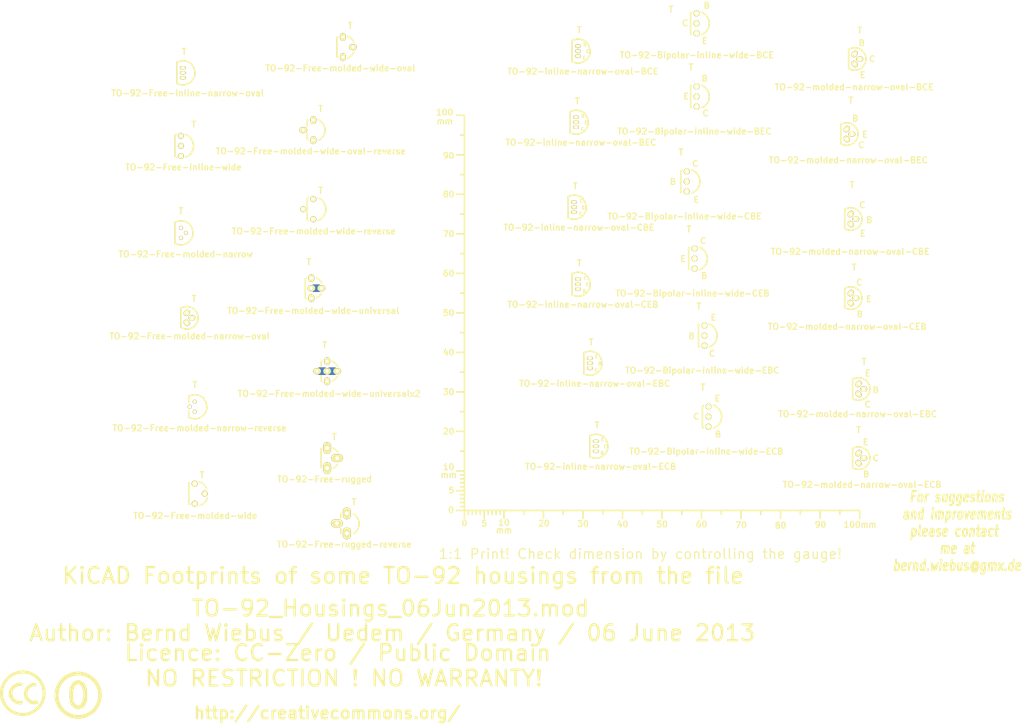
<source format=kicad_pcb>
(kicad_pcb (version 3) (host pcbnew "(2013-03-30 BZR 4007)-stable")

  (general
    (links 0)
    (no_connects 0)
    (area -16.90696 13.3316 274.02378 197.1694)
    (thickness 1.6002)
    (drawings 7)
    (tracks 0)
    (zones 0)
    (modules 34)
    (nets 1)
  )

  (page A4)
  (layers
    (15 Vorderseite signal)
    (0 Rückseite signal)
    (16 B.Adhes user)
    (17 F.Adhes user)
    (18 B.Paste user)
    (19 F.Paste user)
    (20 B.SilkS user)
    (21 F.SilkS user)
    (22 B.Mask user)
    (23 F.Mask user)
    (24 Dwgs.User user)
    (25 Cmts.User user)
    (26 Eco1.User user)
    (27 Eco2.User user)
    (28 Edge.Cuts user)
  )

  (setup
    (last_trace_width 0.2032)
    (trace_clearance 0.254)
    (zone_clearance 0.508)
    (zone_45_only no)
    (trace_min 0.2032)
    (segment_width 0.381)
    (edge_width 0.381)
    (via_size 0.889)
    (via_drill 0.635)
    (via_min_size 0.889)
    (via_min_drill 0.508)
    (uvia_size 0.508)
    (uvia_drill 0.127)
    (uvias_allowed no)
    (uvia_min_size 0.508)
    (uvia_min_drill 0.127)
    (pcb_text_width 0.3048)
    (pcb_text_size 1.524 2.032)
    (mod_edge_width 0.381)
    (mod_text_size 1.524 1.524)
    (mod_text_width 0.3048)
    (pad_size 1.524 1.524)
    (pad_drill 0.8128)
    (pad_to_mask_clearance 0.254)
    (aux_axis_origin 0 0)
    (visible_elements 7FFFFFFF)
    (pcbplotparams
      (layerselection 3178497)
      (usegerberextensions true)
      (excludeedgelayer true)
      (linewidth 60)
      (plotframeref false)
      (viasonmask false)
      (mode 1)
      (useauxorigin false)
      (hpglpennumber 1)
      (hpglpenspeed 20)
      (hpglpendiameter 15)
      (hpglpenoverlay 0)
      (psnegative false)
      (psa4output false)
      (plotreference true)
      (plotvalue true)
      (plotothertext true)
      (plotinvisibletext false)
      (padsonsilk false)
      (subtractmaskfromsilk false)
      (outputformat 1)
      (mirror false)
      (drillshape 1)
      (scaleselection 1)
      (outputdirectory ""))
  )

  (net 0 "")

  (net_class Default "Dies ist die voreingestellte Netzklasse."
    (clearance 0.254)
    (trace_width 0.2032)
    (via_dia 0.889)
    (via_drill 0.635)
    (uvia_dia 0.508)
    (uvia_drill 0.127)
    (add_net "")
  )

  (module Gauge_100mm_Type2_SilkScreenTop_RevA_Date22Jun2010 (layer Vorderseite) (tedit 4D963937) (tstamp 4D88F07A)
    (at 132.75056 141.2494)
    (descr "Gauge, Massstab, 100mm, SilkScreenTop, Type 2,")
    (tags "Gauge, Massstab, 100mm, SilkScreenTop, Type 2,")
    (path Gauge_100mm_Type2_SilkScreenTop_RevA_Date22Jun2010)
    (fp_text reference MSC (at 4.0005 8.99922) (layer F.SilkS) hide
      (effects (font (size 1.524 1.524) (thickness 0.3048)))
    )
    (fp_text value Gauge_100mm_Type2_SilkScreenTop_RevA_Date22Jun2010 (at 45.9994 8.99922) (layer F.SilkS) hide
      (effects (font (size 1.524 1.524) (thickness 0.3048)))
    )
    (fp_text user mm (at 9.99998 5.00126) (layer F.SilkS)
      (effects (font (size 1.524 1.524) (thickness 0.3048)))
    )
    (fp_text user mm (at -4.0005 -8.99922) (layer F.SilkS)
      (effects (font (size 1.524 1.524) (thickness 0.3048)))
    )
    (fp_text user mm (at -5.00126 -98.5012) (layer F.SilkS)
      (effects (font (size 1.524 1.524) (thickness 0.3048)))
    )
    (fp_text user 10 (at 10.00506 3.0988) (layer F.SilkS)
      (effects (font (size 1.50114 1.50114) (thickness 0.29972)))
    )
    (fp_text user 0 (at 0.00508 3.19786) (layer F.SilkS)
      (effects (font (size 1.39954 1.50114) (thickness 0.29972)))
    )
    (fp_text user 5 (at 5.0038 3.29946) (layer F.SilkS)
      (effects (font (size 1.50114 1.50114) (thickness 0.29972)))
    )
    (fp_text user 20 (at 20.1041 3.29946) (layer F.SilkS)
      (effects (font (size 1.50114 1.50114) (thickness 0.29972)))
    )
    (fp_text user 30 (at 30.00502 3.39852) (layer F.SilkS)
      (effects (font (size 1.50114 1.50114) (thickness 0.29972)))
    )
    (fp_text user 40 (at 40.005 3.50012) (layer F.SilkS)
      (effects (font (size 1.50114 1.50114) (thickness 0.29972)))
    )
    (fp_text user 50 (at 50.00498 3.50012) (layer F.SilkS)
      (effects (font (size 1.50114 1.50114) (thickness 0.29972)))
    )
    (fp_text user 60 (at 60.00496 3.50012) (layer F.SilkS)
      (effects (font (size 1.50114 1.50114) (thickness 0.29972)))
    )
    (fp_text user 70 (at 70.00494 3.70078) (layer F.SilkS)
      (effects (font (size 1.50114 1.50114) (thickness 0.29972)))
    )
    (fp_text user 80 (at 80.00492 3.79984) (layer F.SilkS)
      (effects (font (size 1.50114 1.50114) (thickness 0.29972)))
    )
    (fp_text user 90 (at 90.1065 3.60172) (layer F.SilkS)
      (effects (font (size 1.50114 1.50114) (thickness 0.29972)))
    )
    (fp_text user 100mm (at 100.10648 3.60172) (layer F.SilkS)
      (effects (font (size 1.50114 1.50114) (thickness 0.29972)))
    )
    (fp_line (start 0 -8.99922) (end -1.00076 -8.99922) (layer F.SilkS) (width 0.381))
    (fp_line (start 0 -8.001) (end -1.00076 -8.001) (layer F.SilkS) (width 0.381))
    (fp_line (start 0 -7.00024) (end -1.00076 -7.00024) (layer F.SilkS) (width 0.381))
    (fp_line (start 0 -5.99948) (end -1.00076 -5.99948) (layer F.SilkS) (width 0.381))
    (fp_line (start 0 -4.0005) (end -1.00076 -4.0005) (layer F.SilkS) (width 0.381))
    (fp_line (start 0 -2.99974) (end -1.00076 -2.99974) (layer F.SilkS) (width 0.381))
    (fp_line (start 0 -1.99898) (end -1.00076 -1.99898) (layer F.SilkS) (width 0.381))
    (fp_line (start 0 -1.00076) (end -1.00076 -1.00076) (layer F.SilkS) (width 0.381))
    (fp_line (start 0 0) (end -1.99898 0) (layer F.SilkS) (width 0.381))
    (fp_line (start 0 -5.00126) (end -1.99898 -5.00126) (layer F.SilkS) (width 0.381))
    (fp_line (start 0 -9.99998) (end -1.99898 -9.99998) (layer F.SilkS) (width 0.381))
    (fp_line (start 0 -15.00124) (end -1.00076 -15.00124) (layer F.SilkS) (width 0.381))
    (fp_line (start 0 -19.99996) (end -1.99898 -19.99996) (layer F.SilkS) (width 0.381))
    (fp_line (start 0 -25.00122) (end -1.00076 -25.00122) (layer F.SilkS) (width 0.381))
    (fp_line (start 0 -29.99994) (end -1.99898 -29.99994) (layer F.SilkS) (width 0.381))
    (fp_line (start 0 -35.0012) (end -1.00076 -35.0012) (layer F.SilkS) (width 0.381))
    (fp_line (start 0 -39.99992) (end -1.99898 -39.99992) (layer F.SilkS) (width 0.381))
    (fp_line (start 0 -45.00118) (end -1.00076 -45.00118) (layer F.SilkS) (width 0.381))
    (fp_line (start 0 -49.9999) (end -1.99898 -49.9999) (layer F.SilkS) (width 0.381))
    (fp_line (start 0 -55.00116) (end -1.00076 -55.00116) (layer F.SilkS) (width 0.381))
    (fp_line (start 0 -59.99988) (end -1.99898 -59.99988) (layer F.SilkS) (width 0.381))
    (fp_line (start 0 -65.00114) (end -1.00076 -65.00114) (layer F.SilkS) (width 0.381))
    (fp_line (start 0 -69.99986) (end -1.99898 -69.99986) (layer F.SilkS) (width 0.381))
    (fp_line (start 0 -75.00112) (end -1.00076 -75.00112) (layer F.SilkS) (width 0.381))
    (fp_line (start 0 -79.99984) (end -1.99898 -79.99984) (layer F.SilkS) (width 0.381))
    (fp_line (start 0 -85.0011) (end -1.00076 -85.0011) (layer F.SilkS) (width 0.381))
    (fp_line (start 0 -89.99982) (end -1.99898 -89.99982) (layer F.SilkS) (width 0.381))
    (fp_line (start 0 -95.00108) (end -1.00076 -95.00108) (layer F.SilkS) (width 0.381))
    (fp_line (start 0 0) (end 0 -99.9998) (layer F.SilkS) (width 0.381))
    (fp_line (start 0 -99.9998) (end -1.99898 -99.9998) (layer F.SilkS) (width 0.381))
    (fp_text user 100 (at -4.99872 -100.7491) (layer F.SilkS)
      (effects (font (size 1.50114 1.50114) (thickness 0.29972)))
    )
    (fp_text user 90 (at -4.0005 -89.7509) (layer F.SilkS)
      (effects (font (size 1.50114 1.50114) (thickness 0.29972)))
    )
    (fp_text user 80 (at -4.0005 -79.99984) (layer F.SilkS)
      (effects (font (size 1.50114 1.50114) (thickness 0.29972)))
    )
    (fp_text user 70 (at -4.0005 -69.99986) (layer F.SilkS)
      (effects (font (size 1.50114 1.50114) (thickness 0.29972)))
    )
    (fp_text user 60 (at -4.0005 -59.99988) (layer F.SilkS)
      (effects (font (size 1.50114 1.50114) (thickness 0.29972)))
    )
    (fp_text user 50 (at -4.0005 -49.9999) (layer F.SilkS)
      (effects (font (size 1.50114 1.50114) (thickness 0.34036)))
    )
    (fp_text user 40 (at -4.0005 -39.99992) (layer F.SilkS)
      (effects (font (size 1.50114 1.50114) (thickness 0.29972)))
    )
    (fp_text user 30 (at -4.0005 -29.99994) (layer F.SilkS)
      (effects (font (size 1.50114 1.50114) (thickness 0.29972)))
    )
    (fp_text user 20 (at -4.0005 -19.99996) (layer F.SilkS)
      (effects (font (size 1.50114 1.50114) (thickness 0.29972)))
    )
    (fp_line (start 95.00108 0) (end 95.00108 1.00076) (layer F.SilkS) (width 0.381))
    (fp_line (start 89.99982 0) (end 89.99982 1.99898) (layer F.SilkS) (width 0.381))
    (fp_line (start 85.0011 0) (end 85.0011 1.00076) (layer F.SilkS) (width 0.381))
    (fp_line (start 79.99984 0) (end 79.99984 1.99898) (layer F.SilkS) (width 0.381))
    (fp_line (start 75.00112 0) (end 75.00112 1.00076) (layer F.SilkS) (width 0.381))
    (fp_line (start 69.99986 0) (end 69.99986 1.99898) (layer F.SilkS) (width 0.381))
    (fp_line (start 65.00114 0) (end 65.00114 1.00076) (layer F.SilkS) (width 0.381))
    (fp_line (start 59.99988 0) (end 59.99988 1.99898) (layer F.SilkS) (width 0.381))
    (fp_line (start 55.00116 0) (end 55.00116 1.00076) (layer F.SilkS) (width 0.381))
    (fp_line (start 49.9999 0) (end 49.9999 1.99898) (layer F.SilkS) (width 0.381))
    (fp_line (start 45.00118 0) (end 45.00118 1.00076) (layer F.SilkS) (width 0.381))
    (fp_line (start 39.99992 0) (end 39.99992 1.99898) (layer F.SilkS) (width 0.381))
    (fp_line (start 35.0012 0) (end 35.0012 1.00076) (layer F.SilkS) (width 0.381))
    (fp_line (start 29.99994 0) (end 29.99994 1.99898) (layer F.SilkS) (width 0.381))
    (fp_line (start 25.00122 0) (end 25.00122 1.00076) (layer F.SilkS) (width 0.381))
    (fp_line (start 19.99996 0) (end 19.99996 1.99898) (layer F.SilkS) (width 0.381))
    (fp_line (start 15.00124 0) (end 15.00124 1.00076) (layer F.SilkS) (width 0.381))
    (fp_line (start 9.99998 0) (end 99.9998 0) (layer F.SilkS) (width 0.381))
    (fp_line (start 99.9998 0) (end 99.9998 1.99898) (layer F.SilkS) (width 0.381))
    (fp_text user 5 (at -3.302 -5.10286) (layer F.SilkS)
      (effects (font (size 1.50114 1.50114) (thickness 0.29972)))
    )
    (fp_text user 0 (at -3.4036 -0.10414) (layer F.SilkS)
      (effects (font (size 1.50114 1.50114) (thickness 0.29972)))
    )
    (fp_text user 10 (at -4.0005 -11.00074) (layer F.SilkS)
      (effects (font (size 1.50114 1.50114) (thickness 0.29972)))
    )
    (fp_line (start 8.99922 0) (end 8.99922 1.00076) (layer F.SilkS) (width 0.381))
    (fp_line (start 8.001 0) (end 8.001 1.00076) (layer F.SilkS) (width 0.381))
    (fp_line (start 7.00024 0) (end 7.00024 1.00076) (layer F.SilkS) (width 0.381))
    (fp_line (start 5.99948 0) (end 5.99948 1.00076) (layer F.SilkS) (width 0.381))
    (fp_line (start 4.0005 0) (end 4.0005 1.00076) (layer F.SilkS) (width 0.381))
    (fp_line (start 2.99974 0) (end 2.99974 1.00076) (layer F.SilkS) (width 0.381))
    (fp_line (start 1.99898 0) (end 1.99898 1.00076) (layer F.SilkS) (width 0.381))
    (fp_line (start 1.00076 0) (end 1.00076 1.00076) (layer F.SilkS) (width 0.381))
    (fp_line (start 5.00126 0) (end 5.00126 1.99898) (layer F.SilkS) (width 0.381))
    (fp_line (start 0 0) (end 0 1.99898) (layer F.SilkS) (width 0.381))
    (fp_line (start 0 0) (end 9.99998 0) (layer F.SilkS) (width 0.381))
    (fp_line (start 9.99998 0) (end 9.99998 1.99898) (layer F.SilkS) (width 0.381))
  )

  (module Symbol_CC-PublicDomain_SilkScreenTop_Big (layer Vorderseite) (tedit 515D641F) (tstamp 515F0B64)
    (at 35 188)
    (descr "Symbol, CC-PublicDomain, SilkScreen Top, Big,")
    (tags "Symbol, CC-PublicDomain, SilkScreen Top, Big,")
    (path Symbol_CC-Noncommercial_CopperTop_Big)
    (fp_text reference Sym (at 0.59944 -7.29996) (layer F.SilkS) hide
      (effects (font (size 1.524 1.524) (thickness 0.3048)))
    )
    (fp_text value Symbol_CC-PublicDomain_SilkScreenTop_Big (at 0.59944 8.001) (layer F.SilkS) hide
      (effects (font (size 1.524 1.524) (thickness 0.3048)))
    )
    (fp_circle (center 0 0) (end 5.8 -0.05) (layer F.SilkS) (width 0.381))
    (fp_circle (center 0 0) (end 5.5 0) (layer F.SilkS) (width 0.381))
    (fp_circle (center 0.05 0) (end 5.25 0) (layer F.SilkS) (width 0.381))
    (fp_line (start 1.1 -2.5) (end 1.4 -1.9) (layer F.SilkS) (width 0.381))
    (fp_line (start -1.8 1.2) (end -1.6 1.9) (layer F.SilkS) (width 0.381))
    (fp_line (start -1.6 1.9) (end -1.2 2.5) (layer F.SilkS) (width 0.381))
    (fp_line (start 0 -3) (end 0.75 -2.75) (layer F.SilkS) (width 0.381))
    (fp_line (start 0.75 -2.75) (end 1 -2.25) (layer F.SilkS) (width 0.381))
    (fp_line (start 1 -2.25) (end 1.5 -1) (layer F.SilkS) (width 0.381))
    (fp_line (start 1.5 -1) (end 1.5 -0.5) (layer F.SilkS) (width 0.381))
    (fp_line (start 1.5 -0.5) (end 1.5 0.5) (layer F.SilkS) (width 0.381))
    (fp_line (start 1.5 0.5) (end 1.25 1.5) (layer F.SilkS) (width 0.381))
    (fp_line (start 1.25 1.5) (end 0.75 2.5) (layer F.SilkS) (width 0.381))
    (fp_line (start 0.75 2.5) (end 0.25 2.75) (layer F.SilkS) (width 0.381))
    (fp_line (start 0.25 2.75) (end -0.25 2.75) (layer F.SilkS) (width 0.381))
    (fp_line (start -0.25 2.75) (end -0.75 2.5) (layer F.SilkS) (width 0.381))
    (fp_line (start -0.75 2.5) (end -1.25 1.75) (layer F.SilkS) (width 0.381))
    (fp_line (start -1.25 1.75) (end -1.5 0.75) (layer F.SilkS) (width 0.381))
    (fp_line (start -1.5 0.75) (end -1.5 -0.75) (layer F.SilkS) (width 0.381))
    (fp_line (start -1.5 -0.75) (end -1.25 -1.75) (layer F.SilkS) (width 0.381))
    (fp_line (start -1.25 -1.75) (end -1 -2.5) (layer F.SilkS) (width 0.381))
    (fp_line (start -1 -2.5) (end -0.3 -2.9) (layer F.SilkS) (width 0.381))
    (fp_line (start -0.3 -2.9) (end 0.2 -3) (layer F.SilkS) (width 0.381))
    (fp_line (start 0.2 -3) (end 0.8 -3) (layer F.SilkS) (width 0.381))
    (fp_line (start 0.8 -3) (end 1.4 -2.3) (layer F.SilkS) (width 0.381))
    (fp_line (start 1.4 -2.3) (end 1.6 -1.4) (layer F.SilkS) (width 0.381))
    (fp_line (start 1.6 -1.4) (end 1.7 -0.3) (layer F.SilkS) (width 0.381))
    (fp_line (start 1.7 -0.3) (end 1.7 0.9) (layer F.SilkS) (width 0.381))
    (fp_line (start 1.7 0.9) (end 1.4 1.8) (layer F.SilkS) (width 0.381))
    (fp_line (start 1.4 1.8) (end 1 2.7) (layer F.SilkS) (width 0.381))
    (fp_line (start 1 2.7) (end 0.5 3) (layer F.SilkS) (width 0.381))
    (fp_line (start 0.5 3) (end -0.4 3) (layer F.SilkS) (width 0.381))
    (fp_line (start -0.4 3) (end -1.3 2.3) (layer F.SilkS) (width 0.381))
    (fp_line (start -1.3 2.3) (end -1.7 1) (layer F.SilkS) (width 0.381))
    (fp_line (start -1.7 1) (end -1.8 -0.7) (layer F.SilkS) (width 0.381))
    (fp_line (start -1.8 -0.7) (end -1.4 -2.2) (layer F.SilkS) (width 0.381))
    (fp_line (start -1.4 -2.2) (end -1 -2.9) (layer F.SilkS) (width 0.381))
    (fp_line (start -1 -2.9) (end -0.2 -3.3) (layer F.SilkS) (width 0.381))
    (fp_line (start -0.2 -3.3) (end 0.7 -3.2) (layer F.SilkS) (width 0.381))
    (fp_line (start 0.7 -3.2) (end 1.3 -3.1) (layer F.SilkS) (width 0.381))
    (fp_line (start 1.3 -3.1) (end 1.7 -2.4) (layer F.SilkS) (width 0.381))
    (fp_line (start 1.7 -2.4) (end 2 -1.6) (layer F.SilkS) (width 0.381))
    (fp_line (start 2 -1.6) (end 2.1 -0.6) (layer F.SilkS) (width 0.381))
    (fp_line (start 2.1 -0.6) (end 2.1 0.3) (layer F.SilkS) (width 0.381))
    (fp_line (start 2.1 0.3) (end 2.1 1.3) (layer F.SilkS) (width 0.381))
    (fp_line (start 2.1 1.3) (end 1.9 1.8) (layer F.SilkS) (width 0.381))
    (fp_line (start 1.9 1.8) (end 1.5 2.6) (layer F.SilkS) (width 0.381))
    (fp_line (start 1.5 2.6) (end 1.1 3) (layer F.SilkS) (width 0.381))
    (fp_line (start 1.1 3) (end 0.4 3.3) (layer F.SilkS) (width 0.381))
    (fp_line (start 0.4 3.3) (end -0.1 3.4) (layer F.SilkS) (width 0.381))
    (fp_line (start -0.1 3.4) (end -0.8 3.2) (layer F.SilkS) (width 0.381))
    (fp_line (start -0.8 3.2) (end -1.5 2.6) (layer F.SilkS) (width 0.381))
    (fp_line (start -1.5 2.6) (end -1.9 1.7) (layer F.SilkS) (width 0.381))
    (fp_line (start -1.9 1.7) (end -2.1 0.4) (layer F.SilkS) (width 0.381))
    (fp_line (start -2.1 0.4) (end -2.1 -0.6) (layer F.SilkS) (width 0.381))
    (fp_line (start -2.1 -0.6) (end -2 -1.6) (layer F.SilkS) (width 0.381))
    (fp_line (start -2 -1.6) (end -1.7 -2.4) (layer F.SilkS) (width 0.381))
    (fp_line (start -1.7 -2.4) (end -1.2 -3.1) (layer F.SilkS) (width 0.381))
    (fp_line (start -1.2 -3.1) (end -0.4 -3.6) (layer F.SilkS) (width 0.381))
    (fp_line (start -0.4 -3.6) (end 0.4 -3.6) (layer F.SilkS) (width 0.381))
    (fp_line (start 0.4 -3.6) (end 1.1 -3.2) (layer F.SilkS) (width 0.381))
    (fp_line (start 1.1 -3.2) (end 1.1 -2.9) (layer F.SilkS) (width 0.381))
    (fp_line (start 1.1 -2.9) (end 1.8 -1.5) (layer F.SilkS) (width 0.381))
    (fp_line (start 1.8 -1.5) (end 1.8 -0.4) (layer F.SilkS) (width 0.381))
    (fp_line (start 1.8 -0.4) (end 1.8 1.1) (layer F.SilkS) (width 0.381))
    (fp_line (start 1.8 1.1) (end 1.2 2.6) (layer F.SilkS) (width 0.381))
    (fp_line (start 1.2 2.6) (end 0.2 3.2) (layer F.SilkS) (width 0.381))
    (fp_line (start 0.2 3.2) (end -0.5 3.2) (layer F.SilkS) (width 0.381))
    (fp_line (start -0.5 3.2) (end -1.1 2.7) (layer F.SilkS) (width 0.381))
    (fp_line (start -1.1 2.7) (end -1.9 0.6) (layer F.SilkS) (width 0.381))
    (fp_line (start -1.9 0.6) (end -1.7 -1.9) (layer F.SilkS) (width 0.381))
  )

  (module Symbol_CreativeCommons_SilkScreenTop_Type2_Big (layer Vorderseite) (tedit 515D640C) (tstamp 515F46B2)
    (at 21 187.5)
    (descr "Symbol, Creative Commons, SilkScreen Top, Type 2, Big,")
    (tags "Symbol, Creative Commons, SilkScreen Top, Type 2, Big,")
    (path Symbol_CreativeCommons_CopperTop_Type2_Big)
    (fp_text reference Sym (at 0.59944 -7.29996) (layer F.SilkS) hide
      (effects (font (size 1.524 1.524) (thickness 0.3048)))
    )
    (fp_text value Symbol_CreativeCommons_Typ2_SilkScreenTop_Big (at 0.59944 8.001) (layer F.SilkS) hide
      (effects (font (size 1.524 1.524) (thickness 0.3048)))
    )
    (fp_line (start -0.70104 2.70002) (end -0.29972 2.60096) (layer F.SilkS) (width 0.381))
    (fp_line (start -0.29972 2.60096) (end -0.20066 2.10058) (layer F.SilkS) (width 0.381))
    (fp_line (start -2.49936 -1.69926) (end -2.70002 -1.6002) (layer F.SilkS) (width 0.381))
    (fp_line (start -2.70002 -1.6002) (end -3.0988 -1.00076) (layer F.SilkS) (width 0.381))
    (fp_line (start -3.0988 -1.00076) (end -3.29946 -0.50038) (layer F.SilkS) (width 0.381))
    (fp_line (start -3.29946 -0.50038) (end -3.40106 0.39878) (layer F.SilkS) (width 0.381))
    (fp_line (start -3.40106 0.39878) (end -3.29946 0.89916) (layer F.SilkS) (width 0.381))
    (fp_line (start -0.19812 2.4003) (end -0.29718 2.59842) (layer F.SilkS) (width 0.381))
    (fp_line (start 3.70078 2.10058) (end 3.79984 2.4003) (layer F.SilkS) (width 0.381))
    (fp_line (start 2.99974 -2.4003) (end 3.29946 -2.30124) (layer F.SilkS) (width 0.381))
    (fp_line (start 3.29946 -2.30124) (end 3.0988 -1.99898) (layer F.SilkS) (width 0.381))
    (fp_line (start 0 -5.40004) (end -0.50038 -5.40004) (layer F.SilkS) (width 0.381))
    (fp_line (start -0.50038 -5.40004) (end -1.30048 -5.10032) (layer F.SilkS) (width 0.381))
    (fp_line (start -1.30048 -5.10032) (end -1.99898 -4.89966) (layer F.SilkS) (width 0.381))
    (fp_line (start -1.99898 -4.89966) (end -2.70002 -4.699) (layer F.SilkS) (width 0.381))
    (fp_line (start -2.70002 -4.699) (end -3.29946 -4.20116) (layer F.SilkS) (width 0.381))
    (fp_line (start -3.29946 -4.20116) (end -4.0005 -3.59918) (layer F.SilkS) (width 0.381))
    (fp_line (start -4.0005 -3.59918) (end -4.50088 -2.99974) (layer F.SilkS) (width 0.381))
    (fp_line (start -4.50088 -2.99974) (end -5.00126 -2.10058) (layer F.SilkS) (width 0.381))
    (fp_line (start -5.00126 -2.10058) (end -5.30098 -1.09982) (layer F.SilkS) (width 0.381))
    (fp_line (start -5.30098 -1.09982) (end -5.40004 0.09906) (layer F.SilkS) (width 0.381))
    (fp_line (start -5.40004 0.09906) (end -5.19938 1.30048) (layer F.SilkS) (width 0.381))
    (fp_line (start -5.19938 1.30048) (end -4.8006 2.4003) (layer F.SilkS) (width 0.381))
    (fp_line (start -4.8006 2.4003) (end -3.79984 3.8989) (layer F.SilkS) (width 0.381))
    (fp_line (start -3.79984 3.8989) (end -2.60096 4.8006) (layer F.SilkS) (width 0.381))
    (fp_line (start -2.60096 4.8006) (end -1.30048 5.30098) (layer F.SilkS) (width 0.381))
    (fp_line (start -1.30048 5.30098) (end 0.09906 5.30098) (layer F.SilkS) (width 0.381))
    (fp_line (start 0.09906 5.30098) (end 1.6002 5.19938) (layer F.SilkS) (width 0.381))
    (fp_line (start 1.6002 5.19938) (end 2.60096 4.699) (layer F.SilkS) (width 0.381))
    (fp_line (start 2.60096 4.699) (end 4.20116 3.40106) (layer F.SilkS) (width 0.381))
    (fp_line (start 4.20116 3.40106) (end 5.00126 1.80086) (layer F.SilkS) (width 0.381))
    (fp_line (start 5.00126 1.80086) (end 5.40004 0.29972) (layer F.SilkS) (width 0.381))
    (fp_line (start 5.40004 0.29972) (end 5.19938 -1.39954) (layer F.SilkS) (width 0.381))
    (fp_line (start 5.19938 -1.39954) (end 4.699 -2.49936) (layer F.SilkS) (width 0.381))
    (fp_line (start 4.699 -2.49936) (end 3.40106 -4.09956) (layer F.SilkS) (width 0.381))
    (fp_line (start 3.40106 -4.09956) (end 2.4003 -4.8006) (layer F.SilkS) (width 0.381))
    (fp_line (start 2.4003 -4.8006) (end 1.39954 -5.19938) (layer F.SilkS) (width 0.381))
    (fp_line (start 1.39954 -5.19938) (end 0 -5.30098) (layer F.SilkS) (width 0.381))
    (fp_line (start 0.60198 -0.70104) (end 0.50292 -0.20066) (layer F.SilkS) (width 0.381))
    (fp_line (start 0.50292 -0.20066) (end 0.50292 0.49784) (layer F.SilkS) (width 0.381))
    (fp_line (start 0.50292 0.49784) (end 0.60198 1.09982) (layer F.SilkS) (width 0.381))
    (fp_line (start 0.60198 1.09982) (end 1.00076 1.69926) (layer F.SilkS) (width 0.381))
    (fp_line (start 1.00076 1.69926) (end 1.50114 2.19964) (layer F.SilkS) (width 0.381))
    (fp_line (start 1.50114 2.19964) (end 2.10058 2.49936) (layer F.SilkS) (width 0.381))
    (fp_line (start 2.10058 2.49936) (end 2.60096 2.59842) (layer F.SilkS) (width 0.381))
    (fp_line (start 2.60096 2.59842) (end 3.00228 2.59842) (layer F.SilkS) (width 0.381))
    (fp_line (start 3.00228 2.59842) (end 3.40106 2.59842) (layer F.SilkS) (width 0.381))
    (fp_line (start 3.40106 2.59842) (end 3.80238 2.49936) (layer F.SilkS) (width 0.381))
    (fp_line (start 3.80238 2.49936) (end 3.70078 2.2987) (layer F.SilkS) (width 0.381))
    (fp_line (start 3.70078 2.2987) (end 2.80162 2.4003) (layer F.SilkS) (width 0.381))
    (fp_line (start 2.80162 2.4003) (end 1.80086 2.09804) (layer F.SilkS) (width 0.381))
    (fp_line (start 1.80086 2.09804) (end 1.20142 1.6002) (layer F.SilkS) (width 0.381))
    (fp_line (start 1.20142 1.6002) (end 0.80264 0.6985) (layer F.SilkS) (width 0.381))
    (fp_line (start 0.80264 0.6985) (end 0.70104 -0.29972) (layer F.SilkS) (width 0.381))
    (fp_line (start 0.70104 -0.29972) (end 1.00076 -1.00076) (layer F.SilkS) (width 0.381))
    (fp_line (start 1.00076 -1.00076) (end 1.60274 -1.7018) (layer F.SilkS) (width 0.381))
    (fp_line (start 1.60274 -1.7018) (end 2.30124 -2.10058) (layer F.SilkS) (width 0.381))
    (fp_line (start 2.30124 -2.10058) (end 3.00228 -2.10058) (layer F.SilkS) (width 0.381))
    (fp_line (start 3.00228 -2.10058) (end 3.10134 -1.89992) (layer F.SilkS) (width 0.381))
    (fp_line (start 3.10134 -1.89992) (end 2.5019 -1.89992) (layer F.SilkS) (width 0.381))
    (fp_line (start 2.5019 -1.89992) (end 1.80086 -1.6002) (layer F.SilkS) (width 0.381))
    (fp_line (start 1.80086 -1.6002) (end 1.30048 -1.00076) (layer F.SilkS) (width 0.381))
    (fp_line (start 1.30048 -1.00076) (end 1.00076 -0.40132) (layer F.SilkS) (width 0.381))
    (fp_line (start 1.00076 -0.40132) (end 1.00076 0.09906) (layer F.SilkS) (width 0.381))
    (fp_line (start 1.00076 0.09906) (end 1.00076 0.6985) (layer F.SilkS) (width 0.381))
    (fp_line (start 1.00076 0.6985) (end 1.30048 1.19888) (layer F.SilkS) (width 0.381))
    (fp_line (start 1.30048 1.19888) (end 1.7018 1.69926) (layer F.SilkS) (width 0.381))
    (fp_line (start 1.7018 1.69926) (end 2.30124 1.99898) (layer F.SilkS) (width 0.381))
    (fp_line (start 2.30124 1.99898) (end 2.90068 2.09804) (layer F.SilkS) (width 0.381))
    (fp_line (start 2.90068 2.09804) (end 3.40106 2.09804) (layer F.SilkS) (width 0.381))
    (fp_line (start 3.40106 2.09804) (end 3.70078 1.99898) (layer F.SilkS) (width 0.381))
    (fp_line (start 3.00228 -2.4003) (end 2.40284 -2.4003) (layer F.SilkS) (width 0.381))
    (fp_line (start 2.40284 -2.4003) (end 2.00152 -2.20218) (layer F.SilkS) (width 0.381))
    (fp_line (start 2.00152 -2.20218) (end 1.50114 -2.00152) (layer F.SilkS) (width 0.381))
    (fp_line (start 1.50114 -2.00152) (end 1.10236 -1.6002) (layer F.SilkS) (width 0.381))
    (fp_line (start 1.10236 -1.6002) (end 0.80264 -1.09982) (layer F.SilkS) (width 0.381))
    (fp_line (start 0.80264 -1.09982) (end 0.60198 -0.70104) (layer F.SilkS) (width 0.381))
    (fp_line (start -0.39878 -1.99898) (end -0.89916 -1.99898) (layer F.SilkS) (width 0.381))
    (fp_line (start -0.89916 -1.99898) (end -1.39954 -1.89738) (layer F.SilkS) (width 0.381))
    (fp_line (start -1.39954 -1.89738) (end -1.89992 -1.59766) (layer F.SilkS) (width 0.381))
    (fp_line (start -1.89992 -1.59766) (end -2.4003 -1.19888) (layer F.SilkS) (width 0.381))
    (fp_line (start -2.4003 -1.30048) (end -2.70002 -0.8001) (layer F.SilkS) (width 0.381))
    (fp_line (start -2.70002 -0.8001) (end -2.79908 -0.29972) (layer F.SilkS) (width 0.381))
    (fp_line (start -2.79908 -0.29972) (end -2.79908 0.20066) (layer F.SilkS) (width 0.381))
    (fp_line (start -2.79908 0.20066) (end -2.59842 1.00076) (layer F.SilkS) (width 0.381))
    (fp_line (start -2.69748 1.00076) (end -2.39776 1.39954) (layer F.SilkS) (width 0.381))
    (fp_line (start -2.29616 1.4986) (end -1.79578 1.89992) (layer F.SilkS) (width 0.381))
    (fp_line (start -1.79578 1.89992) (end -1.29794 2.09804) (layer F.SilkS) (width 0.381))
    (fp_line (start -1.29794 2.09804) (end -0.89662 2.19964) (layer F.SilkS) (width 0.381))
    (fp_line (start -0.89662 2.19964) (end -0.49784 2.19964) (layer F.SilkS) (width 0.381))
    (fp_line (start -0.49784 2.19964) (end -0.19812 2.09804) (layer F.SilkS) (width 0.381))
    (fp_line (start -0.19812 2.09804) (end -0.29718 2.4003) (layer F.SilkS) (width 0.381))
    (fp_line (start -0.29718 2.4003) (end -0.89662 2.49936) (layer F.SilkS) (width 0.381))
    (fp_line (start -0.89662 2.49936) (end -1.59766 2.2987) (layer F.SilkS) (width 0.381))
    (fp_line (start -1.59766 2.2987) (end -2.29616 1.79832) (layer F.SilkS) (width 0.381))
    (fp_line (start -2.29616 1.79832) (end -2.79654 1.29794) (layer F.SilkS) (width 0.381))
    (fp_line (start -2.79908 1.39954) (end -2.99974 0.70104) (layer F.SilkS) (width 0.381))
    (fp_line (start -2.99974 0.70104) (end -3.0988 0) (layer F.SilkS) (width 0.381))
    (fp_line (start -3.0988 0) (end -2.99974 -0.59944) (layer F.SilkS) (width 0.381))
    (fp_line (start -2.99974 -0.8001) (end -2.70002 -1.30048) (layer F.SilkS) (width 0.381))
    (fp_line (start -2.70002 -1.09982) (end -2.19964 -1.6002) (layer F.SilkS) (width 0.381))
    (fp_line (start -2.19964 -1.69926) (end -1.69926 -1.99898) (layer F.SilkS) (width 0.381))
    (fp_line (start -1.69926 -1.99898) (end -1.19888 -2.19964) (layer F.SilkS) (width 0.381))
    (fp_line (start -1.19888 -2.19964) (end -0.6985 -2.19964) (layer F.SilkS) (width 0.381))
    (fp_line (start -0.6985 -2.19964) (end -0.29972 -2.19964) (layer F.SilkS) (width 0.381))
    (fp_line (start -0.29972 -2.19964) (end -0.20066 -2.39776) (layer F.SilkS) (width 0.381))
    (fp_line (start -0.20066 -2.39776) (end -0.59944 -2.49936) (layer F.SilkS) (width 0.381))
    (fp_line (start -0.59944 -2.49936) (end -1.00076 -2.49936) (layer F.SilkS) (width 0.381))
    (fp_line (start -1.00076 -2.49936) (end -1.4986 -2.39776) (layer F.SilkS) (width 0.381))
    (fp_line (start -1.4986 -2.39776) (end -2.10058 -2.09804) (layer F.SilkS) (width 0.381))
    (fp_line (start -2.10058 -2.09804) (end -2.59842 -1.69926) (layer F.SilkS) (width 0.381))
    (fp_line (start -2.59842 -1.6002) (end -3.0988 -0.89916) (layer F.SilkS) (width 0.381))
    (fp_line (start -3.0988 -0.89916) (end -3.29946 -0.29972) (layer F.SilkS) (width 0.381))
    (fp_line (start -3.29946 -0.29972) (end -3.29946 0.40132) (layer F.SilkS) (width 0.381))
    (fp_line (start -3.29946 0.40132) (end -3.2004 1.00076) (layer F.SilkS) (width 0.381))
    (fp_line (start -3.29946 0.8001) (end -2.99974 1.39954) (layer F.SilkS) (width 0.381))
    (fp_line (start -2.89814 1.4986) (end -2.49682 1.99898) (layer F.SilkS) (width 0.381))
    (fp_line (start -2.49682 1.99898) (end -1.89738 2.4003) (layer F.SilkS) (width 0.381))
    (fp_line (start -1.89738 2.4003) (end -1.19634 2.59842) (layer F.SilkS) (width 0.381))
    (fp_line (start -1.19634 2.59842) (end -0.69596 2.70002) (layer F.SilkS) (width 0.381))
    (fp_line (start -2.9972 1.19888) (end -2.59842 1.19888) (layer F.SilkS) (width 0.381))
    (fp_circle (center 0 0) (end 5.08 1.016) (layer F.SilkS) (width 0.381))
    (fp_circle (center 0 0) (end 5.588 0) (layer F.SilkS) (width 0.381))
  )

  (module TO-92-Free-inline-narrow-oval (layer Vorderseite) (tedit 4B69F435) (tstamp 51B02E17)
    (at 61.5 30.5)
    (descr "TO-92 allgemein free inline narrow oval drill 0,6mm")
    (tags "TO-92 allgemein free inline narrow oval drill 0,6mm")
    (fp_text reference T (at 0.3175 -5.334) (layer F.SilkS)
      (effects (font (size 1.524 1.524) (thickness 0.3048)))
    )
    (fp_text value TO-92-Free-inline-narrow-oval (at 1.2065 5.1435) (layer F.SilkS)
      (effects (font (size 1.524 1.524) (thickness 0.3048)))
    )
    (fp_line (start 3.048 0) (end 3.048 0.508) (layer F.SilkS) (width 0.381))
    (fp_line (start 3.048 0.508) (end 2.921 1.016) (layer F.SilkS) (width 0.381))
    (fp_line (start 2.921 1.016) (end 2.667 1.524) (layer F.SilkS) (width 0.381))
    (fp_line (start 2.667 1.524) (end 2.413 1.905) (layer F.SilkS) (width 0.381))
    (fp_line (start 2.413 1.905) (end 2.032 2.286) (layer F.SilkS) (width 0.381))
    (fp_line (start 2.032 2.286) (end 1.524 2.667) (layer F.SilkS) (width 0.381))
    (fp_line (start 1.524 2.667) (end 0.889 2.921) (layer F.SilkS) (width 0.381))
    (fp_line (start 0.889 2.921) (end 0.381 3.048) (layer F.SilkS) (width 0.381))
    (fp_line (start 0.381 3.048) (end -0.254 3.048) (layer F.SilkS) (width 0.381))
    (fp_line (start -0.254 3.048) (end -0.889 2.921) (layer F.SilkS) (width 0.381))
    (fp_line (start -0.889 2.921) (end -1.27 2.794) (layer F.SilkS) (width 0.381))
    (fp_line (start -1.27 2.794) (end -1.524 2.667) (layer F.SilkS) (width 0.381))
    (fp_line (start -1.143 -2.794) (end -0.762 -2.921) (layer F.SilkS) (width 0.381))
    (fp_line (start -0.762 -2.921) (end -0.254 -3.048) (layer F.SilkS) (width 0.381))
    (fp_line (start -0.254 -3.048) (end 0.254 -3.048) (layer F.SilkS) (width 0.381))
    (fp_line (start 0.254 -3.048) (end 0.889 -2.921) (layer F.SilkS) (width 0.381))
    (fp_line (start 0.889 -2.921) (end 1.524 -2.667) (layer F.SilkS) (width 0.381))
    (fp_line (start 1.524 -2.667) (end 2.159 -2.286) (layer F.SilkS) (width 0.381))
    (fp_line (start 2.159 -2.286) (end 2.54 -1.651) (layer F.SilkS) (width 0.381))
    (fp_line (start 2.54 -1.651) (end 2.794 -1.27) (layer F.SilkS) (width 0.381))
    (fp_line (start 2.794 -1.27) (end 2.921 -0.762) (layer F.SilkS) (width 0.381))
    (fp_line (start 2.921 -0.762) (end 3.048 -0.254) (layer F.SilkS) (width 0.381))
    (fp_line (start 3.048 -0.254) (end 3.048 0) (layer F.SilkS) (width 0.381))
    (fp_line (start -1.524 -2.667) (end -1.27 -2.794) (layer F.SilkS) (width 0.381))
    (fp_line (start -1.524 -2.667) (end -1.524 2.667) (layer F.SilkS) (width 0.381))
    (pad 2 thru_hole oval (at 0 0 90) (size 0.89916 1.50114) (drill 0.59944)
      (layers *.Cu *.Mask F.SilkS)
    )
    (pad 3 thru_hole oval (at 0 1.27 90) (size 0.89916 1.50114) (drill 0.59944)
      (layers *.Cu *.Mask F.SilkS)
    )
    (pad 1 thru_hole oval (at 0 -1.27 90) (size 0.89916 1.50114) (drill 0.59944)
      (layers *.Cu *.Mask F.SilkS)
    )
  )

  (module TO-92-Free-inline-wide (layer Vorderseite) (tedit 4BAE264F) (tstamp 51B02FEF)
    (at 61 49)
    (descr "TO-92 allgemein free inline wide drill 0,8mm")
    (tags "TO-92 allgemein free inline wide drill 0,8mm")
    (fp_text reference T (at 3.2385 -5.3975) (layer F.SilkS)
      (effects (font (size 1.524 1.524) (thickness 0.3048)))
    )
    (fp_text value TO-92-Free-inline-wide (at 0.635 5.3975) (layer F.SilkS)
      (effects (font (size 1.524 1.524) (thickness 0.3048)))
    )
    (fp_line (start -1.524 2.667) (end -1.143 2.921) (layer F.SilkS) (width 0.381))
    (fp_line (start 1.6764 -2.667) (end 1.2065 -2.8702) (layer F.SilkS) (width 0.381))
    (fp_line (start -1.3843 -2.794) (end -1.2065 -2.8702) (layer F.SilkS) (width 0.381))
    (fp_line (start 1.6256 2.6543) (end 1.2065 2.8321) (layer F.SilkS) (width 0.381))
    (fp_line (start 3.175 0) (end 3.175 0.508) (layer F.SilkS) (width 0.381))
    (fp_line (start 3.175 0.508) (end 3.048 1.016) (layer F.SilkS) (width 0.381))
    (fp_line (start 3.048 1.016) (end 2.794 1.524) (layer F.SilkS) (width 0.381))
    (fp_line (start 2.794 1.524) (end 2.54 1.905) (layer F.SilkS) (width 0.381))
    (fp_line (start 2.54 1.905) (end 2.159 2.286) (layer F.SilkS) (width 0.381))
    (fp_line (start 2.159 2.286) (end 1.651 2.667) (layer F.SilkS) (width 0.381))
    (fp_line (start 1.651 -2.667) (end 2.286 -2.286) (layer F.SilkS) (width 0.381))
    (fp_line (start 2.286 -2.286) (end 2.667 -1.651) (layer F.SilkS) (width 0.381))
    (fp_line (start 2.667 -1.651) (end 2.921 -1.27) (layer F.SilkS) (width 0.381))
    (fp_line (start 2.921 -1.27) (end 3.048 -0.762) (layer F.SilkS) (width 0.381))
    (fp_line (start 3.048 -0.762) (end 3.175 -0.254) (layer F.SilkS) (width 0.381))
    (fp_line (start 3.175 -0.254) (end 3.175 0) (layer F.SilkS) (width 0.381))
    (fp_line (start -1.524 -2.667) (end -1.27 -2.794) (layer F.SilkS) (width 0.381))
    (fp_line (start -1.524 -2.667) (end -1.524 2.667) (layer F.SilkS) (width 0.381))
    (pad 2 thru_hole circle (at 0 0) (size 1.524 1.524) (drill 0.8128)
      (layers *.Cu *.Mask F.SilkS)
    )
    (pad 3 thru_hole circle (at 0 2.54) (size 1.524 1.524) (drill 0.8128)
      (layers *.Cu *.Mask F.SilkS)
    )
    (pad 1 thru_hole circle (at 0 -2.54) (size 1.524 1.524) (drill 0.8128)
      (layers *.Cu *.Mask F.SilkS)
    )
  )

  (module TO-92-Free-molded-narrow (layer Vorderseite) (tedit 4B69F3B2) (tstamp 51B031C7)
    (at 61 71)
    (descr "TO-92 allgemein free molded narrow drill 0,6mm")
    (tags "TO-92 allgemein free molded narrow drill 0,6mm")
    (fp_text reference T (at 0 -5.5245) (layer F.SilkS)
      (effects (font (size 1.524 1.524) (thickness 0.3048)))
    )
    (fp_text value TO-92-Free-molded-narrow (at 1.2065 5.3975) (layer F.SilkS)
      (effects (font (size 1.524 1.524) (thickness 0.3048)))
    )
    (fp_line (start 3.048 0) (end 3.048 0.508) (layer F.SilkS) (width 0.381))
    (fp_line (start 3.048 0.508) (end 2.921 1.016) (layer F.SilkS) (width 0.381))
    (fp_line (start 2.921 1.016) (end 2.667 1.524) (layer F.SilkS) (width 0.381))
    (fp_line (start 2.667 1.524) (end 2.413 1.905) (layer F.SilkS) (width 0.381))
    (fp_line (start 2.413 1.905) (end 2.032 2.286) (layer F.SilkS) (width 0.381))
    (fp_line (start 2.032 2.286) (end 1.524 2.667) (layer F.SilkS) (width 0.381))
    (fp_line (start 1.524 2.667) (end 0.889 2.921) (layer F.SilkS) (width 0.381))
    (fp_line (start 0.889 2.921) (end 0.381 3.048) (layer F.SilkS) (width 0.381))
    (fp_line (start 0.381 3.048) (end -0.254 3.048) (layer F.SilkS) (width 0.381))
    (fp_line (start -0.254 3.048) (end -0.889 2.921) (layer F.SilkS) (width 0.381))
    (fp_line (start -0.889 2.921) (end -1.27 2.794) (layer F.SilkS) (width 0.381))
    (fp_line (start -1.27 2.794) (end -1.524 2.667) (layer F.SilkS) (width 0.381))
    (fp_line (start -1.143 -2.794) (end -0.762 -2.921) (layer F.SilkS) (width 0.381))
    (fp_line (start -0.762 -2.921) (end -0.254 -3.048) (layer F.SilkS) (width 0.381))
    (fp_line (start -0.254 -3.048) (end 0.254 -3.048) (layer F.SilkS) (width 0.381))
    (fp_line (start 0.254 -3.048) (end 0.889 -2.921) (layer F.SilkS) (width 0.381))
    (fp_line (start 0.889 -2.921) (end 1.524 -2.667) (layer F.SilkS) (width 0.381))
    (fp_line (start 1.524 -2.667) (end 2.159 -2.286) (layer F.SilkS) (width 0.381))
    (fp_line (start 2.159 -2.286) (end 2.54 -1.651) (layer F.SilkS) (width 0.381))
    (fp_line (start 2.54 -1.651) (end 2.794 -1.27) (layer F.SilkS) (width 0.381))
    (fp_line (start 2.794 -1.27) (end 2.921 -0.762) (layer F.SilkS) (width 0.381))
    (fp_line (start 2.921 -0.762) (end 3.048 -0.254) (layer F.SilkS) (width 0.381))
    (fp_line (start 3.048 -0.254) (end 3.048 0) (layer F.SilkS) (width 0.381))
    (fp_line (start -1.524 -2.667) (end -1.27 -2.794) (layer F.SilkS) (width 0.381))
    (fp_line (start -1.524 -2.667) (end -1.524 2.667) (layer F.SilkS) (width 0.381))
    (pad 2 thru_hole circle (at 1.27 0) (size 1.00076 1.00076) (drill 0.59944)
      (layers *.Cu *.Mask F.SilkS)
    )
    (pad 3 thru_hole circle (at 0 1.27) (size 1.00076 1.00076) (drill 0.59944)
      (layers *.Cu *.Mask F.SilkS)
    )
    (pad 1 thru_hole circle (at 0 -1.27) (size 1.00076 1.00076) (drill 0.59944)
      (layers *.Cu *.Mask F.SilkS)
    )
  )

  (module TO-92-Free-molded-narrow-oval (layer Vorderseite) (tedit 4B6AB671) (tstamp 51B033B9)
    (at 62.5 92.5)
    (descr "TO-92 allgemein free molded narrow oval drill 0,8mm")
    (tags "TO-92 allgemein free molded narrow oval drill 0,8mm")
    (fp_text reference T (at 1.8415 -4.826) (layer F.SilkS)
      (effects (font (size 1.524 1.524) (thickness 0.3048)))
    )
    (fp_text value TO-92-Free-molded-narrow-oval (at 0.6985 4.6355) (layer F.SilkS)
      (effects (font (size 1.524 1.524) (thickness 0.3048)))
    )
    (fp_line (start 2.667 -1.016) (end 2.794 -0.635) (layer F.SilkS) (width 0.381))
    (fp_line (start 2.794 -0.635) (end 2.8575 -0.254) (layer F.SilkS) (width 0.381))
    (fp_line (start 2.8575 -0.254) (end 2.8575 0.127) (layer F.SilkS) (width 0.381))
    (fp_line (start 2.8575 0.127) (end 2.794 0.5715) (layer F.SilkS) (width 0.381))
    (fp_line (start 2.794 0.5715) (end 2.667 1.016) (layer F.SilkS) (width 0.381))
    (fp_line (start 2.667 1.016) (end 2.4765 1.397) (layer F.SilkS) (width 0.381))
    (fp_line (start 2.4765 1.397) (end 2.2225 1.778) (layer F.SilkS) (width 0.381))
    (fp_line (start 2.2225 1.778) (end 1.905 2.159) (layer F.SilkS) (width 0.381))
    (fp_line (start 1.905 2.159) (end 1.524 2.413) (layer F.SilkS) (width 0.381))
    (fp_line (start 1.524 2.413) (end 1.2065 2.6035) (layer F.SilkS) (width 0.381))
    (fp_line (start 1.2065 2.6035) (end 0.762 2.7305) (layer F.SilkS) (width 0.381))
    (fp_line (start 0.762 2.7305) (end 0.3175 2.8575) (layer F.SilkS) (width 0.381))
    (fp_line (start 0.3175 2.8575) (end -0.254 2.8575) (layer F.SilkS) (width 0.381))
    (fp_line (start -0.254 2.8575) (end -0.5715 2.794) (layer F.SilkS) (width 0.381))
    (fp_line (start -0.5715 2.794) (end -1.0795 2.667) (layer F.SilkS) (width 0.381))
    (fp_line (start -1.0795 2.667) (end -1.524 2.413) (layer F.SilkS) (width 0.381))
    (fp_line (start -1.524 -2.413) (end -1.2065 -2.6035) (layer F.SilkS) (width 0.381))
    (fp_line (start -1.2065 -2.6035) (end -0.8255 -2.7305) (layer F.SilkS) (width 0.381))
    (fp_line (start -0.8255 -2.7305) (end -0.5715 -2.794) (layer F.SilkS) (width 0.381))
    (fp_line (start -0.5715 -2.794) (end -0.254 -2.8575) (layer F.SilkS) (width 0.381))
    (fp_line (start -0.254 -2.8575) (end 0.127 -2.8575) (layer F.SilkS) (width 0.381))
    (fp_line (start 0.127 -2.8575) (end 0.5715 -2.794) (layer F.SilkS) (width 0.381))
    (fp_line (start 0.5715 -2.794) (end 1.016 -2.667) (layer F.SilkS) (width 0.381))
    (fp_line (start 1.016 -2.667) (end 1.397 -2.4765) (layer F.SilkS) (width 0.381))
    (fp_line (start 1.397 -2.4765) (end 1.5875 -2.3495) (layer F.SilkS) (width 0.381))
    (fp_line (start 1.5875 -2.3495) (end 1.8415 -2.159) (layer F.SilkS) (width 0.381))
    (fp_line (start 1.8415 -2.159) (end 2.2225 -1.778) (layer F.SilkS) (width 0.381))
    (fp_line (start 2.2225 -1.778) (end 2.54 -1.3335) (layer F.SilkS) (width 0.381))
    (fp_line (start 2.54 -1.3335) (end 2.667 -1.016) (layer F.SilkS) (width 0.381))
    (fp_line (start -1.524 0) (end -1.524 2.413) (layer F.SilkS) (width 0.381))
    (fp_line (start -1.524 0) (end -1.524 -2.413) (layer F.SilkS) (width 0.381))
    (pad 2 thru_hole oval (at 1.27 0) (size 1.80086 1.30048) (drill 0.8001)
      (layers *.Cu *.Mask F.SilkS)
    )
    (pad 1 thru_hole oval (at 0 -1.27 315) (size 1.30048 1.80086) (drill 0.8001)
      (layers *.Cu *.Mask F.SilkS)
    )
    (pad 3 thru_hole oval (at 0 1.27 315) (size 1.80086 1.30048) (drill 0.8001)
      (layers *.Cu *.Mask F.SilkS)
    )
  )

  (module TO-92-Free-molded-narrow-reverse (layer Vorderseite) (tedit 4BAE26EA) (tstamp 51B035AF)
    (at 64.5 115)
    (descr "TO-92 allgemein free molded narrow reverse drill 0,6mm")
    (tags "TO-92 allgemein free molded narrow reverse drill 0,6mm")
    (fp_text reference T (at 0 -5.5245) (layer F.SilkS)
      (effects (font (size 1.524 1.524) (thickness 0.3048)))
    )
    (fp_text value TO-92-Free-molded-narrow-reverse (at 1.2065 5.3975) (layer F.SilkS)
      (effects (font (size 1.524 1.524) (thickness 0.3048)))
    )
    (fp_line (start -1.524 2.667) (end -1.524 1.016) (layer F.SilkS) (width 0.381))
    (fp_line (start -1.524 -2.667) (end -1.524 -1.016) (layer F.SilkS) (width 0.381))
    (fp_line (start -1.5367 2.667) (end -1.4986 2.667) (layer F.SilkS) (width 0.381))
    (fp_line (start 3.048 0) (end 3.048 0.508) (layer F.SilkS) (width 0.381))
    (fp_line (start 3.048 0.508) (end 2.921 1.016) (layer F.SilkS) (width 0.381))
    (fp_line (start 2.921 1.016) (end 2.667 1.524) (layer F.SilkS) (width 0.381))
    (fp_line (start 2.667 1.524) (end 2.413 1.905) (layer F.SilkS) (width 0.381))
    (fp_line (start 2.413 1.905) (end 2.032 2.286) (layer F.SilkS) (width 0.381))
    (fp_line (start 2.032 2.286) (end 1.524 2.667) (layer F.SilkS) (width 0.381))
    (fp_line (start 1.524 2.667) (end 0.889 2.921) (layer F.SilkS) (width 0.381))
    (fp_line (start 0.889 2.921) (end 0.381 3.048) (layer F.SilkS) (width 0.381))
    (fp_line (start 0.381 3.048) (end -0.254 3.048) (layer F.SilkS) (width 0.381))
    (fp_line (start -0.254 3.048) (end -0.889 2.921) (layer F.SilkS) (width 0.381))
    (fp_line (start -0.889 2.921) (end -1.27 2.794) (layer F.SilkS) (width 0.381))
    (fp_line (start -1.27 2.794) (end -1.524 2.667) (layer F.SilkS) (width 0.381))
    (fp_line (start -1.143 -2.794) (end -0.762 -2.921) (layer F.SilkS) (width 0.381))
    (fp_line (start -0.762 -2.921) (end -0.254 -3.048) (layer F.SilkS) (width 0.381))
    (fp_line (start -0.254 -3.048) (end 0.254 -3.048) (layer F.SilkS) (width 0.381))
    (fp_line (start 0.254 -3.048) (end 0.889 -2.921) (layer F.SilkS) (width 0.381))
    (fp_line (start 0.889 -2.921) (end 1.524 -2.667) (layer F.SilkS) (width 0.381))
    (fp_line (start 1.524 -2.667) (end 2.159 -2.286) (layer F.SilkS) (width 0.381))
    (fp_line (start 2.159 -2.286) (end 2.54 -1.651) (layer F.SilkS) (width 0.381))
    (fp_line (start 2.54 -1.651) (end 2.794 -1.27) (layer F.SilkS) (width 0.381))
    (fp_line (start 2.794 -1.27) (end 2.921 -0.762) (layer F.SilkS) (width 0.381))
    (fp_line (start 2.921 -0.762) (end 3.048 -0.254) (layer F.SilkS) (width 0.381))
    (fp_line (start 3.048 -0.254) (end 3.048 0) (layer F.SilkS) (width 0.381))
    (fp_line (start -1.524 -2.667) (end -1.27 -2.794) (layer F.SilkS) (width 0.381))
    (pad 2 thru_hole circle (at -1.27 0) (size 1.00076 1.00076) (drill 0.59944)
      (layers *.Cu *.Mask F.SilkS)
    )
    (pad 3 thru_hole circle (at 0 1.27) (size 1.00076 1.00076) (drill 0.59944)
      (layers *.Cu *.Mask F.SilkS)
    )
    (pad 1 thru_hole circle (at 0 -1.27) (size 1.00076 1.00076) (drill 0.59944)
      (layers *.Cu *.Mask F.SilkS)
    )
  )

  (module TO-92-Free-molded-wide (layer Vorderseite) (tedit 4BAE271B) (tstamp 51B03785)
    (at 64.5 137)
    (descr "TO-92 allgemein free molded wide drill 0,8mm")
    (tags "TO-92 allgemein free molded wide drill 0,8mm")
    (fp_text reference T (at 1.8415 -4.699) (layer F.SilkS)
      (effects (font (size 1.524 1.524) (thickness 0.3048)))
    )
    (fp_text value TO-92-Free-molded-wide (at 0.127 5.588) (layer F.SilkS)
      (effects (font (size 1.524 1.524) (thickness 0.3048)))
    )
    (fp_line (start 2.7178 -1.8161) (end 2.8829 -1.5113) (layer F.SilkS) (width 0.381))
    (fp_line (start 2.8829 -1.5113) (end 2.9972 -1.1938) (layer F.SilkS) (width 0.381))
    (fp_line (start 1.7526 2.7813) (end 1.4605 2.9337) (layer F.SilkS) (width 0.381))
    (fp_line (start 1.4605 2.9337) (end 1.3335 2.9718) (layer F.SilkS) (width 0.381))
    (fp_line (start -1.5113 2.6543) (end -1.2065 2.7813) (layer F.SilkS) (width 0.381))
    (fp_line (start 2.6924 -1.8288) (end 2.4003 -2.2098) (layer F.SilkS) (width 0.381))
    (fp_line (start 2.4003 -2.2098) (end 1.9685 -2.5908) (layer F.SilkS) (width 0.381))
    (fp_line (start 1.9685 -2.5908) (end 1.5113 -2.8956) (layer F.SilkS) (width 0.381))
    (fp_line (start 1.5113 -2.8956) (end 1.2192 -2.9845) (layer F.SilkS) (width 0.381))
    (fp_line (start 3.175 1.143) (end 2.921 1.651) (layer F.SilkS) (width 0.381))
    (fp_line (start 2.921 1.651) (end 2.667 2.032) (layer F.SilkS) (width 0.381))
    (fp_line (start 2.667 2.032) (end 2.286 2.413) (layer F.SilkS) (width 0.381))
    (fp_line (start 2.286 2.413) (end 1.778 2.794) (layer F.SilkS) (width 0.381))
    (fp_line (start -1.524 -2.667) (end -1.27 -2.794) (layer F.SilkS) (width 0.381))
    (fp_line (start -1.524 -2.667) (end -1.524 2.667) (layer F.SilkS) (width 0.381))
    (pad 2 thru_hole circle (at 2.54 0) (size 1.524 1.524) (drill 0.8128)
      (layers *.Cu *.Mask F.SilkS)
    )
    (pad 3 thru_hole circle (at 0 2.54) (size 1.524 1.524) (drill 0.8128)
      (layers *.Cu *.Mask F.SilkS)
    )
    (pad 1 thru_hole circle (at 0 -2.54) (size 1.524 1.524) (drill 0.8128)
      (layers *.Cu *.Mask F.SilkS)
    )
  )

  (module TO-92-Free-molded-wide-oval (layer Vorderseite) (tedit 4BAE275F) (tstamp 51B03949)
    (at 102 24)
    (descr "TO-92 allgemein free molded wide oval drill 0,8mm")
    (tags "TO-92 allgemein free molded wide oval drill 0,8mm")
    (fp_text reference T (at 1.8415 -5.3975) (layer F.SilkS)
      (effects (font (size 1.524 1.524) (thickness 0.3048)))
    )
    (fp_text value TO-92-Free-molded-wide-oval (at -0.635 5.334) (layer F.SilkS)
      (effects (font (size 1.524 1.524) (thickness 0.3048)))
    )
    (fp_line (start -1.524 2.413) (end -1.27 2.667) (layer F.SilkS) (width 0.381))
    (fp_line (start 1.3589 2.7178) (end 1.2319 2.7813) (layer F.SilkS) (width 0.381))
    (fp_line (start 1.4986 -2.6035) (end 1.2446 -2.7432) (layer F.SilkS) (width 0.381))
    (fp_line (start 1.2446 -2.7432) (end 1.2446 -2.6924) (layer F.SilkS) (width 0.381))
    (fp_line (start 2.6289 1.5367) (end 2.7305 1.3081) (layer F.SilkS) (width 0.381))
    (fp_line (start 2.7305 1.3081) (end 2.7559 1.2319) (layer F.SilkS) (width 0.381))
    (fp_line (start 2.6543 -1.4605) (end 2.7432 -1.2446) (layer F.SilkS) (width 0.381))
    (fp_line (start 2.6035 1.524) (end 2.3495 1.905) (layer F.SilkS) (width 0.381))
    (fp_line (start 2.3495 1.905) (end 2.032 2.286) (layer F.SilkS) (width 0.381))
    (fp_line (start 2.032 2.286) (end 1.651 2.54) (layer F.SilkS) (width 0.381))
    (fp_line (start 1.651 2.54) (end 1.3335 2.7305) (layer F.SilkS) (width 0.381))
    (fp_line (start -1.524 -2.413) (end -1.2065 -2.6035) (layer F.SilkS) (width 0.381))
    (fp_line (start 1.524 -2.6035) (end 1.7145 -2.4765) (layer F.SilkS) (width 0.381))
    (fp_line (start 1.7145 -2.4765) (end 1.9685 -2.286) (layer F.SilkS) (width 0.381))
    (fp_line (start 1.9685 -2.286) (end 2.3495 -1.905) (layer F.SilkS) (width 0.381))
    (fp_line (start 2.3495 -1.905) (end 2.667 -1.4605) (layer F.SilkS) (width 0.381))
    (fp_line (start -1.524 0) (end -1.524 2.413) (layer F.SilkS) (width 0.381))
    (fp_line (start -1.524 0) (end -1.524 -2.413) (layer F.SilkS) (width 0.381))
    (pad 2 thru_hole oval (at 2.54 0) (size 1.99898 1.50114) (drill 0.8001)
      (layers *.Cu *.Mask F.SilkS)
    )
    (pad 1 thru_hole oval (at 0 -2.54) (size 1.50114 1.99898) (drill 0.8001)
      (layers *.Cu *.Mask F.SilkS)
    )
    (pad 3 thru_hole oval (at 0 2.54) (size 1.50114 1.99898) (drill 0.8001)
      (layers *.Cu *.Mask F.SilkS)
    )
  )

  (module TO-92-Free-molded-wide-oval-reverse (layer Vorderseite) (tedit 4BAE27B3) (tstamp 51B03B1F)
    (at 94.5 45)
    (descr "TO-92 allgemein free molded wide oval reverse drill 0,8mm")
    (tags "TO-92 allgemein free molded wide oval reverse drill 0,8mm")
    (fp_text reference T (at 1.8415 -5.3975) (layer F.SilkS)
      (effects (font (size 1.524 1.524) (thickness 0.3048)))
    )
    (fp_text value TO-92-Free-molded-wide-oval-reverse (at -0.635 5.334) (layer F.SilkS)
      (effects (font (size 1.524 1.524) (thickness 0.3048)))
    )
    (fp_line (start -1.524 -2.413) (end -1.27 -2.54) (layer F.SilkS) (width 0.381))
    (fp_line (start -1.5367 2.4003) (end -1.5113 0.8255) (layer F.SilkS) (width 0.381))
    (fp_line (start -1.5113 0.8255) (end -1.5113 0.8509) (layer F.SilkS) (width 0.381))
    (fp_line (start -1.524 -2.4257) (end -1.524 -0.8509) (layer F.SilkS) (width 0.381))
    (fp_line (start -1.5113 2.413) (end -1.3716 2.5146) (layer F.SilkS) (width 0.381))
    (fp_line (start 1.3208 2.6035) (end 1.2319 2.6543) (layer F.SilkS) (width 0.381))
    (fp_line (start 1.524 -2.4765) (end 1.2319 -2.6416) (layer F.SilkS) (width 0.381))
    (fp_line (start 1.2319 -2.6416) (end 1.2446 -2.6416) (layer F.SilkS) (width 0.381))
    (fp_line (start 1.2446 -2.6416) (end 1.2573 -2.6416) (layer F.SilkS) (width 0.381))
    (fp_line (start 2.794 -1.016) (end 2.921 -0.635) (layer F.SilkS) (width 0.381))
    (fp_line (start 2.921 -0.635) (end 2.9845 -0.254) (layer F.SilkS) (width 0.381))
    (fp_line (start 2.9845 -0.254) (end 2.9845 0.127) (layer F.SilkS) (width 0.381))
    (fp_line (start 2.9845 0.127) (end 2.921 0.5715) (layer F.SilkS) (width 0.381))
    (fp_line (start 2.921 0.5715) (end 2.794 1.016) (layer F.SilkS) (width 0.381))
    (fp_line (start 2.794 1.016) (end 2.6035 1.397) (layer F.SilkS) (width 0.381))
    (fp_line (start 2.6035 1.397) (end 2.3495 1.778) (layer F.SilkS) (width 0.381))
    (fp_line (start 2.3495 1.778) (end 2.032 2.159) (layer F.SilkS) (width 0.381))
    (fp_line (start 2.032 2.159) (end 1.651 2.413) (layer F.SilkS) (width 0.381))
    (fp_line (start 1.651 2.413) (end 1.3335 2.6035) (layer F.SilkS) (width 0.381))
    (fp_line (start 1.524 -2.4765) (end 1.7145 -2.3495) (layer F.SilkS) (width 0.381))
    (fp_line (start 1.7145 -2.3495) (end 1.9685 -2.159) (layer F.SilkS) (width 0.381))
    (fp_line (start 1.9685 -2.159) (end 2.3495 -1.778) (layer F.SilkS) (width 0.381))
    (fp_line (start 2.3495 -1.778) (end 2.667 -1.3335) (layer F.SilkS) (width 0.381))
    (fp_line (start 2.667 -1.3335) (end 2.794 -1.016) (layer F.SilkS) (width 0.381))
    (pad 2 thru_hole oval (at -2.54 0) (size 1.99898 1.50114) (drill 0.8001)
      (layers *.Cu *.Mask F.SilkS)
    )
    (pad 1 thru_hole oval (at 0 -2.54) (size 1.50114 1.99898) (drill 0.8001)
      (layers *.Cu *.Mask F.SilkS)
    )
    (pad 3 thru_hole oval (at 0 2.54) (size 1.50114 1.99898) (drill 0.8001)
      (layers *.Cu *.Mask F.SilkS)
    )
  )

  (module TO-92-Free-molded-wide-reverse (layer Vorderseite) (tedit 4BAE27FE) (tstamp 51B03CFF)
    (at 94.5 65)
    (descr "TO-92 allgemein free molded wide reverse drill 0,8mm")
    (tags "TO-92 allgemein free molded wide reverse drill 0,8mm")
    (fp_text reference T (at 1.8415 -4.699) (layer F.SilkS)
      (effects (font (size 1.524 1.524) (thickness 0.3048)))
    )
    (fp_text value TO-92-Free-molded-wide-reverse (at 0.127 5.588) (layer F.SilkS)
      (effects (font (size 1.524 1.524) (thickness 0.3048)))
    )
    (fp_line (start -1.524 2.667) (end -1.143 2.921) (layer F.SilkS) (width 0.381))
    (fp_line (start -1.524 -2.667) (end -1.27 -2.794) (layer F.SilkS) (width 0.381))
    (fp_line (start -1.397 -0.5842) (end -1.397 0.4445) (layer F.SilkS) (width 0.127))
    (fp_line (start -1.397 0.4445) (end -1.397 0.4318) (layer F.SilkS) (width 0.127))
    (fp_line (start -1.4478 -0.5461) (end -1.4478 0.4699) (layer F.SilkS) (width 0.127))
    (fp_line (start -1.4478 0.4699) (end -1.4478 0.4572) (layer F.SilkS) (width 0.127))
    (fp_line (start -1.5113 -2.6543) (end -1.524 -0.5461) (layer F.SilkS) (width 0.381))
    (fp_line (start -1.5367 2.6543) (end -1.524 0.4826) (layer F.SilkS) (width 0.381))
    (fp_line (start 1.651 2.6543) (end 1.2065 2.8448) (layer F.SilkS) (width 0.381))
    (fp_line (start 1.6637 -2.6543) (end 1.2065 -2.8448) (layer F.SilkS) (width 0.381))
    (fp_line (start -1.524 2.667) (end -1.4986 2.6797) (layer F.SilkS) (width 0.381))
    (fp_line (start 3.175 0) (end 3.175 0.508) (layer F.SilkS) (width 0.381))
    (fp_line (start 3.175 0.508) (end 3.048 1.016) (layer F.SilkS) (width 0.381))
    (fp_line (start 3.048 1.016) (end 2.794 1.524) (layer F.SilkS) (width 0.381))
    (fp_line (start 2.794 1.524) (end 2.54 1.905) (layer F.SilkS) (width 0.381))
    (fp_line (start 2.54 1.905) (end 2.159 2.286) (layer F.SilkS) (width 0.381))
    (fp_line (start 2.159 2.286) (end 1.651 2.667) (layer F.SilkS) (width 0.381))
    (fp_line (start 1.651 -2.667) (end 2.286 -2.286) (layer F.SilkS) (width 0.381))
    (fp_line (start 2.286 -2.286) (end 2.667 -1.651) (layer F.SilkS) (width 0.381))
    (fp_line (start 2.667 -1.651) (end 2.921 -1.27) (layer F.SilkS) (width 0.381))
    (fp_line (start 2.921 -1.27) (end 3.048 -0.762) (layer F.SilkS) (width 0.381))
    (fp_line (start 3.048 -0.762) (end 3.175 -0.254) (layer F.SilkS) (width 0.381))
    (fp_line (start 3.175 -0.254) (end 3.175 0) (layer F.SilkS) (width 0.381))
    (pad 2 thru_hole circle (at -2.54 0) (size 1.524 1.524) (drill 0.8128)
      (layers *.Cu *.Mask F.SilkS)
    )
    (pad 3 thru_hole circle (at 0 2.54) (size 1.524 1.524) (drill 0.8128)
      (layers *.Cu *.Mask F.SilkS)
    )
    (pad 1 thru_hole circle (at 0 -2.54) (size 1.524 1.524) (drill 0.8128)
      (layers *.Cu *.Mask F.SilkS)
    )
  )

  (module TO-92-Free-molded-wide-universal (layer Vorderseite) (tedit 4BAE2865) (tstamp 51B03EDF)
    (at 94 85)
    (descr "TO-92 allgemein free inline/molded universal wide drill 0,8mm")
    (tags "TO-92 allgemein free inline/molded universal wide drill 0,8mm")
    (fp_text reference T (at -0.635 -6.604) (layer F.SilkS)
      (effects (font (size 1.524 1.524) (thickness 0.3048)))
    )
    (fp_text value TO-92-Free-molded-wide-universal (at 0.508 5.715) (layer F.SilkS)
      (effects (font (size 1.524 1.524) (thickness 0.3048)))
    )
    (fp_line (start -1.524 2.413) (end -1.27 2.667) (layer F.SilkS) (width 0.381))
    (fp_line (start -1.524 -2.413) (end -1.27 -2.54) (layer F.SilkS) (width 0.381))
    (fp_line (start 1.3208 2.4892) (end 1.2319 2.5146) (layer F.SilkS) (width 0.381))
    (fp_line (start 1.2319 2.5146) (end 1.2319 2.5019) (layer F.SilkS) (width 0.381))
    (fp_line (start 1.5113 -2.5146) (end 1.2446 -2.6162) (layer F.SilkS) (width 0.381))
    (fp_line (start 1.2446 -2.6162) (end 1.27 -2.6035) (layer F.SilkS) (width 0.381))
    (fp_line (start 1.27 -2.6035) (end 1.27 -2.6162) (layer F.SilkS) (width 0.381))
    (fp_line (start 0.889 0) (end 1.524 0) (layer Vorderseite) (width 0.762))
    (fp_line (start 0.635 0.5715) (end 1.905 0.5715) (layer Vorderseite) (width 0.762))
    (fp_line (start 0.635 -0.5715) (end 1.905 -0.5715) (layer Vorderseite) (width 0.762))
    (fp_line (start 0.889 0) (end 1.524 0) (layer Rückseite) (width 0.762))
    (fp_line (start 0.635 -0.5715) (end 1.905 -0.5715) (layer Rückseite) (width 0.762))
    (fp_line (start 0.635 0.5715) (end 1.905 0.5715) (layer Rückseite) (width 0.762))
    (fp_line (start 2.6035 1.27) (end 2.3495 1.651) (layer F.SilkS) (width 0.381))
    (fp_line (start 2.3495 1.651) (end 2.032 2.032) (layer F.SilkS) (width 0.381))
    (fp_line (start 2.032 2.032) (end 1.651 2.286) (layer F.SilkS) (width 0.381))
    (fp_line (start 1.651 2.286) (end 1.3335 2.4765) (layer F.SilkS) (width 0.381))
    (fp_line (start 1.524 -2.4765) (end 1.7145 -2.3495) (layer F.SilkS) (width 0.381))
    (fp_line (start 1.7145 -2.3495) (end 1.9685 -2.159) (layer F.SilkS) (width 0.381))
    (fp_line (start 1.9685 -2.159) (end 2.3495 -1.778) (layer F.SilkS) (width 0.381))
    (fp_line (start 2.3495 -1.778) (end 2.667 -1.3335) (layer F.SilkS) (width 0.381))
    (fp_line (start -1.524 0) (end -1.524 2.413) (layer F.SilkS) (width 0.381))
    (fp_line (start -1.524 0) (end -1.524 -2.413) (layer F.SilkS) (width 0.381))
    (pad 2 thru_hole oval (at 2.54 0) (size 1.99898 1.50114) (drill 0.8001)
      (layers *.Cu *.Mask F.Paste F.SilkS)
    )
    (pad 1 thru_hole oval (at 0 -2.54) (size 1.50114 1.99898) (drill 0.8001)
      (layers *.Cu *.Mask F.SilkS)
    )
    (pad 3 thru_hole oval (at 0 2.54) (size 1.50114 1.99898) (drill 0.8001)
      (layers *.Cu *.Mask F.SilkS)
    )
    (pad 2 thru_hole oval (at 0 0 90) (size 1.50114 1.99898) (drill 0.8001)
      (layers *.Cu *.Mask F.SilkS)
    )
  )

  (module TO-92-Free-molded-wide-universalx2 (layer Vorderseite) (tedit 4BAE28C6) (tstamp 51B040CD)
    (at 98 106)
    (descr "TO-92 allgemein free inline/molded reverse universal wide drill 0,8mm")
    (tags "TO-92 allgemein free inline/molded reverse universal wide drill 0,8mm")
    (fp_text reference T (at -0.635 -6.604) (layer F.SilkS)
      (effects (font (size 1.524 1.524) (thickness 0.3048)))
    )
    (fp_text value TO-92-Free-molded-wide-universalx2 (at 0.508 5.715) (layer F.SilkS)
      (effects (font (size 1.524 1.524) (thickness 0.3048)))
    )
    (fp_line (start -1.524 2.413) (end -1.27 2.667) (layer F.SilkS) (width 0.381))
    (fp_line (start -1.524 -2.413) (end -1.27 -2.54) (layer F.SilkS) (width 0.381))
    (fp_line (start 1.3335 2.4511) (end 1.2319 2.5019) (layer F.SilkS) (width 0.381))
    (fp_line (start -1.4859 1.1303) (end -1.4859 2.4257) (layer F.SilkS) (width 0.381))
    (fp_line (start -1.4859 2.4257) (end -1.4986 2.4384) (layer F.SilkS) (width 0.381))
    (fp_line (start -1.4986 -2.4003) (end -1.4859 -1.1811) (layer F.SilkS) (width 0.381))
    (fp_line (start 1.5113 -2.3622) (end 1.3208 -2.4511) (layer F.SilkS) (width 0.381))
    (fp_line (start 1.3208 -2.4511) (end 1.2319 -2.4892) (layer F.SilkS) (width 0.381))
    (fp_line (start -1.9685 0.5715) (end -0.5715 0.5715) (layer Rückseite) (width 0.762))
    (fp_line (start -1.9685 0.5715) (end -0.5715 0.5715) (layer Vorderseite) (width 0.762))
    (fp_line (start -1.9685 -0.5715) (end -0.5715 -0.5715) (layer Vorderseite) (width 0.762))
    (fp_line (start -1.9685 -0.5715) (end -0.5715 -0.5715) (layer Rückseite) (width 0.762))
    (fp_line (start -1.778 0) (end -0.8255 0) (layer Vorderseite) (width 0.762))
    (fp_line (start -1.778 0) (end -0.8255 0) (layer Rückseite) (width 0.762))
    (fp_line (start 0.889 0) (end 1.524 0) (layer Vorderseite) (width 0.762))
    (fp_line (start 0.635 0.5715) (end 1.905 0.5715) (layer Vorderseite) (width 0.762))
    (fp_line (start 0.635 -0.5715) (end 1.905 -0.5715) (layer Vorderseite) (width 0.762))
    (fp_line (start 0.889 0) (end 1.524 0) (layer Rückseite) (width 0.762))
    (fp_line (start 0.635 -0.5715) (end 1.905 -0.5715) (layer Rückseite) (width 0.762))
    (fp_line (start 0.635 0.5715) (end 1.905 0.5715) (layer Rückseite) (width 0.762))
    (fp_line (start 2.6035 1.27) (end 2.3495 1.651) (layer F.SilkS) (width 0.381))
    (fp_line (start 2.3495 1.651) (end 2.032 2.032) (layer F.SilkS) (width 0.381))
    (fp_line (start 2.032 2.032) (end 1.651 2.286) (layer F.SilkS) (width 0.381))
    (fp_line (start 1.651 2.286) (end 1.3335 2.4765) (layer F.SilkS) (width 0.381))
    (fp_line (start 1.524 -2.3495) (end 1.7145 -2.2225) (layer F.SilkS) (width 0.381))
    (fp_line (start 1.7145 -2.2225) (end 1.9685 -2.032) (layer F.SilkS) (width 0.381))
    (fp_line (start 1.9685 -2.032) (end 2.3495 -1.651) (layer F.SilkS) (width 0.381))
    (fp_line (start 2.3495 -1.651) (end 2.667 -1.2065) (layer F.SilkS) (width 0.381))
    (pad 2 thru_hole oval (at 2.54 0) (size 1.99898 1.50114) (drill 0.8001)
      (layers *.Cu *.Mask F.SilkS)
    )
    (pad 1 thru_hole oval (at 0 -2.54) (size 1.50114 1.99898) (drill 0.8001)
      (layers *.Cu *.Mask F.SilkS)
    )
    (pad 3 thru_hole oval (at 0 2.54) (size 1.50114 1.99898) (drill 0.8001)
      (layers *.Cu *.Mask F.SilkS)
    )
    (pad 2 thru_hole oval (at 0 0 90) (size 1.50114 1.99898) (drill 0.8001)
      (layers *.Cu *.Mask F.SilkS)
    )
    (pad 2 thru_hole oval (at -2.54 0) (size 1.99898 1.50114) (drill 0.8001)
      (layers *.Cu *.Mask F.SilkS)
    )
  )

  (module TO-92-Free-rugged (layer Vorderseite) (tedit 4BAE2901) (tstamp 51B0429F)
    (at 98 128)
    (descr "TO-92 allgemein free molded rugged wide drill 1mm")
    (tags "TO-92 allgemein free molded rugged wide drill 1mm")
    (fp_text reference T (at 1.8415 -5.3975) (layer F.SilkS)
      (effects (font (size 1.524 1.524) (thickness 0.3048)))
    )
    (fp_text value TO-92-Free-rugged (at -0.635 5.334) (layer F.SilkS)
      (effects (font (size 1.524 1.524) (thickness 0.3048)))
    )
    (fp_line (start 1.651 2.5654) (end 1.4859 2.6416) (layer F.SilkS) (width 0.381))
    (fp_line (start 2.6035 1.524) (end 2.3495 1.905) (layer F.SilkS) (width 0.381))
    (fp_line (start 2.3495 1.905) (end 2.032 2.286) (layer F.SilkS) (width 0.381))
    (fp_line (start 2.032 2.286) (end 1.651 2.54) (layer F.SilkS) (width 0.381))
    (fp_line (start 1.524 -2.6035) (end 1.7145 -2.4765) (layer F.SilkS) (width 0.381))
    (fp_line (start 1.7145 -2.4765) (end 1.9685 -2.286) (layer F.SilkS) (width 0.381))
    (fp_line (start 1.9685 -2.286) (end 2.3495 -1.905) (layer F.SilkS) (width 0.381))
    (fp_line (start 2.3495 -1.905) (end 2.667 -1.4605) (layer F.SilkS) (width 0.381))
    (fp_line (start -1.524 0) (end -1.524 2.413) (layer F.SilkS) (width 0.381))
    (fp_line (start -1.524 0) (end -1.524 -2.413) (layer F.SilkS) (width 0.381))
    (pad 2 thru_hole oval (at 2.54 0) (size 2.99974 1.99898) (drill 1.00076)
      (layers *.Cu *.Mask F.SilkS)
    )
    (pad 1 thru_hole oval (at 0 -2.54) (size 1.99898 2.99974) (drill 1.00076)
      (layers *.Cu *.Mask F.SilkS)
    )
    (pad 3 thru_hole oval (at 0 2.54) (size 1.99898 2.99974) (drill 1.00076)
      (layers *.Cu *.Mask F.SilkS)
    )
  )

  (module TO-92-Free-rugged-reverse (layer Vorderseite) (tedit 4BAE2939) (tstamp 51B0444F)
    (at 103 144.5)
    (descr "TO-92 allgemein free molded rugged wide reverse drill 1mm")
    (tags "TO-92 allgemein free molded rugged wide reverse drill 1mm")
    (fp_text reference T (at 1.8415 -5.3975) (layer F.SilkS)
      (effects (font (size 1.524 1.524) (thickness 0.3048)))
    )
    (fp_text value TO-92-Free-rugged-reverse (at -0.635 5.334) (layer F.SilkS)
      (effects (font (size 1.524 1.524) (thickness 0.3048)))
    )
    (fp_line (start -1.524 2.54) (end -1.524 1.3843) (layer F.SilkS) (width 0.381))
    (fp_line (start -1.5494 -2.54) (end -1.5367 -1.4351) (layer F.SilkS) (width 0.381))
    (fp_line (start 3.0099 -0.6731) (end 3.0734 -0.3175) (layer F.SilkS) (width 0.381))
    (fp_line (start 3.0734 -0.3175) (end 3.0988 0.4191) (layer F.SilkS) (width 0.381))
    (fp_line (start 3.0988 0.4191) (end 2.921 1.1176) (layer F.SilkS) (width 0.381))
    (fp_line (start 2.921 1.1176) (end 2.5527 1.7907) (layer F.SilkS) (width 0.381))
    (fp_line (start 2.5527 1.7907) (end 2.1336 2.2479) (layer F.SilkS) (width 0.381))
    (fp_line (start 2.1336 2.2479) (end 1.8415 2.4638) (layer F.SilkS) (width 0.381))
    (fp_line (start 1.8415 2.4638) (end 1.6129 2.6035) (layer F.SilkS) (width 0.381))
    (fp_line (start 1.6256 -2.3622) (end 1.9685 -2.1463) (layer F.SilkS) (width 0.381))
    (fp_line (start 1.9685 -2.1463) (end 2.3622 -1.8034) (layer F.SilkS) (width 0.381))
    (fp_line (start 2.3622 -1.8034) (end 2.7559 -1.2573) (layer F.SilkS) (width 0.381))
    (fp_line (start 2.7559 -1.2573) (end 2.9972 -0.6604) (layer F.SilkS) (width 0.381))
    (pad 2 thru_hole oval (at -2.54 0) (size 2.99974 1.99898) (drill 1.00076)
      (layers *.Cu *.Mask F.SilkS)
    )
    (pad 1 thru_hole oval (at 0 -2.54) (size 1.99898 2.99974) (drill 1.00076)
      (layers *.Cu *.Mask F.SilkS)
    )
    (pad 3 thru_hole oval (at 0 2.54) (size 1.99898 2.99974) (drill 1.00076)
      (layers *.Cu *.Mask F.SilkS)
    )
  )

  (module TO-92-inline-narrow-oval-BCE (layer Vorderseite) (tedit 4B69D9BA) (tstamp 51B047BB)
    (at 161.5 25)
    (descr "TO-92 Bipolar inline narrow oval BCE")
    (tags "TO-92 Bipolar inline narrow oval BCE")
    (fp_text reference T (at 0.3175 -5.334) (layer F.SilkS)
      (effects (font (size 1.524 1.524) (thickness 0.3048)))
    )
    (fp_text value TO-92-inline-narrow-oval-BCE (at 1.2065 5.1435) (layer F.SilkS)
      (effects (font (size 1.524 1.524) (thickness 0.3048)))
    )
    (fp_text user E (at 1.5875 1.7145) (layer F.SilkS)
      (effects (font (size 0.8001 0.8001) (thickness 0.19812)))
    )
    (fp_text user B (at 1.7145 -1.5875) (layer F.SilkS)
      (effects (font (size 0.8001 0.8001) (thickness 0.19812)))
    )
    (fp_text user C (at 2.4765 0.0635) (layer F.SilkS)
      (effects (font (size 0.8001 0.8001) (thickness 0.19812)))
    )
    (fp_line (start 3.048 0) (end 3.048 0.508) (layer F.SilkS) (width 0.381))
    (fp_line (start 3.048 0.508) (end 2.921 1.016) (layer F.SilkS) (width 0.381))
    (fp_line (start 2.921 1.016) (end 2.667 1.524) (layer F.SilkS) (width 0.381))
    (fp_line (start 2.667 1.524) (end 2.413 1.905) (layer F.SilkS) (width 0.381))
    (fp_line (start 2.413 1.905) (end 2.032 2.286) (layer F.SilkS) (width 0.381))
    (fp_line (start 2.032 2.286) (end 1.524 2.667) (layer F.SilkS) (width 0.381))
    (fp_line (start 1.524 2.667) (end 0.889 2.921) (layer F.SilkS) (width 0.381))
    (fp_line (start 0.889 2.921) (end 0.381 3.048) (layer F.SilkS) (width 0.381))
    (fp_line (start 0.381 3.048) (end -0.254 3.048) (layer F.SilkS) (width 0.381))
    (fp_line (start -0.254 3.048) (end -0.889 2.921) (layer F.SilkS) (width 0.381))
    (fp_line (start -0.889 2.921) (end -1.27 2.794) (layer F.SilkS) (width 0.381))
    (fp_line (start -1.27 2.794) (end -1.524 2.667) (layer F.SilkS) (width 0.381))
    (fp_line (start -1.143 -2.794) (end -0.762 -2.921) (layer F.SilkS) (width 0.381))
    (fp_line (start -0.762 -2.921) (end -0.254 -3.048) (layer F.SilkS) (width 0.381))
    (fp_line (start -0.254 -3.048) (end 0.254 -3.048) (layer F.SilkS) (width 0.381))
    (fp_line (start 0.254 -3.048) (end 0.889 -2.921) (layer F.SilkS) (width 0.381))
    (fp_line (start 0.889 -2.921) (end 1.524 -2.667) (layer F.SilkS) (width 0.381))
    (fp_line (start 1.524 -2.667) (end 2.159 -2.286) (layer F.SilkS) (width 0.381))
    (fp_line (start 2.159 -2.286) (end 2.54 -1.651) (layer F.SilkS) (width 0.381))
    (fp_line (start 2.54 -1.651) (end 2.794 -1.27) (layer F.SilkS) (width 0.381))
    (fp_line (start 2.794 -1.27) (end 2.921 -0.762) (layer F.SilkS) (width 0.381))
    (fp_line (start 2.921 -0.762) (end 3.048 -0.254) (layer F.SilkS) (width 0.381))
    (fp_line (start 3.048 -0.254) (end 3.048 0) (layer F.SilkS) (width 0.381))
    (fp_line (start -1.524 -2.667) (end -1.27 -2.794) (layer F.SilkS) (width 0.381))
    (fp_line (start -1.524 -2.667) (end -1.524 2.667) (layer F.SilkS) (width 0.381))
    (pad C thru_hole oval (at 0 0 90) (size 0.89916 1.50114) (drill 0.59944)
      (layers *.Cu *.Mask F.SilkS)
    )
    (pad E thru_hole oval (at 0 1.27 90) (size 0.89916 1.50114) (drill 0.59944)
      (layers *.Cu *.Mask F.SilkS)
    )
    (pad B thru_hole oval (at 0 -1.27 90) (size 0.89916 1.50114) (drill 0.59944)
      (layers *.Cu *.Mask F.SilkS)
    )
  )

  (module TO-92-inline-narrow-oval-BEC (layer Vorderseite) (tedit 4B69DA15) (tstamp 51B04910)
    (at 161 43)
    (descr "TO-92 Bipolar inline narrow oval BEC")
    (tags "TO-92 Bipolar inline narrow oval BEC")
    (fp_text reference T (at 0.3175 -5.334) (layer F.SilkS)
      (effects (font (size 1.524 1.524) (thickness 0.3048)))
    )
    (fp_text value TO-92-inline-narrow-oval-BEC (at 1.2065 5.1435) (layer F.SilkS)
      (effects (font (size 1.524 1.524) (thickness 0.3048)))
    )
    (fp_text user E (at 2.4765 0.127) (layer F.SilkS)
      (effects (font (size 0.8001 0.8001) (thickness 0.19812)))
    )
    (fp_text user B (at 1.7145 -1.5875) (layer F.SilkS)
      (effects (font (size 0.8001 0.8001) (thickness 0.19812)))
    )
    (fp_text user C (at 1.5875 1.7145) (layer F.SilkS)
      (effects (font (size 0.8001 0.8001) (thickness 0.19812)))
    )
    (fp_line (start 3.048 0) (end 3.048 0.508) (layer F.SilkS) (width 0.381))
    (fp_line (start 3.048 0.508) (end 2.921 1.016) (layer F.SilkS) (width 0.381))
    (fp_line (start 2.921 1.016) (end 2.667 1.524) (layer F.SilkS) (width 0.381))
    (fp_line (start 2.667 1.524) (end 2.413 1.905) (layer F.SilkS) (width 0.381))
    (fp_line (start 2.413 1.905) (end 2.032 2.286) (layer F.SilkS) (width 0.381))
    (fp_line (start 2.032 2.286) (end 1.524 2.667) (layer F.SilkS) (width 0.381))
    (fp_line (start 1.524 2.667) (end 0.889 2.921) (layer F.SilkS) (width 0.381))
    (fp_line (start 0.889 2.921) (end 0.381 3.048) (layer F.SilkS) (width 0.381))
    (fp_line (start 0.381 3.048) (end -0.254 3.048) (layer F.SilkS) (width 0.381))
    (fp_line (start -0.254 3.048) (end -0.889 2.921) (layer F.SilkS) (width 0.381))
    (fp_line (start -0.889 2.921) (end -1.27 2.794) (layer F.SilkS) (width 0.381))
    (fp_line (start -1.27 2.794) (end -1.524 2.667) (layer F.SilkS) (width 0.381))
    (fp_line (start -1.143 -2.794) (end -0.762 -2.921) (layer F.SilkS) (width 0.381))
    (fp_line (start -0.762 -2.921) (end -0.254 -3.048) (layer F.SilkS) (width 0.381))
    (fp_line (start -0.254 -3.048) (end 0.254 -3.048) (layer F.SilkS) (width 0.381))
    (fp_line (start 0.254 -3.048) (end 0.889 -2.921) (layer F.SilkS) (width 0.381))
    (fp_line (start 0.889 -2.921) (end 1.524 -2.667) (layer F.SilkS) (width 0.381))
    (fp_line (start 1.524 -2.667) (end 2.159 -2.286) (layer F.SilkS) (width 0.381))
    (fp_line (start 2.159 -2.286) (end 2.54 -1.651) (layer F.SilkS) (width 0.381))
    (fp_line (start 2.54 -1.651) (end 2.794 -1.27) (layer F.SilkS) (width 0.381))
    (fp_line (start 2.794 -1.27) (end 2.921 -0.762) (layer F.SilkS) (width 0.381))
    (fp_line (start 2.921 -0.762) (end 3.048 -0.254) (layer F.SilkS) (width 0.381))
    (fp_line (start 3.048 -0.254) (end 3.048 0) (layer F.SilkS) (width 0.381))
    (fp_line (start -1.524 -2.667) (end -1.27 -2.794) (layer F.SilkS) (width 0.381))
    (fp_line (start -1.524 -2.667) (end -1.524 2.667) (layer F.SilkS) (width 0.381))
    (pad E thru_hole oval (at 0 0 90) (size 0.89916 1.50114) (drill 0.59944)
      (layers *.Cu *.Mask F.SilkS)
    )
    (pad C thru_hole oval (at 0 1.27 90) (size 0.89916 1.50114) (drill 0.59944)
      (layers *.Cu *.Mask F.SilkS)
    )
    (pad B thru_hole oval (at 0 -1.27 90) (size 0.89916 1.50114) (drill 0.59944)
      (layers *.Cu *.Mask F.SilkS)
    )
  )

  (module TO-92-inline-narrow-oval-CBE (layer Vorderseite) (tedit 4B69D892) (tstamp 51B04A65)
    (at 160.5 64.5)
    (descr "TO-92 Bipolar inline narrow oval CBE")
    (tags "TO-92 Bipolar inline narrow oval CBE")
    (fp_text reference T (at 0.3175 -5.334) (layer F.SilkS)
      (effects (font (size 1.524 1.524) (thickness 0.3048)))
    )
    (fp_text value TO-92-inline-narrow-oval-CBE (at 1.2065 5.1435) (layer F.SilkS)
      (effects (font (size 1.524 1.524) (thickness 0.3048)))
    )
    (fp_text user E (at 1.651 1.7145) (layer F.SilkS)
      (effects (font (size 0.8001 0.8001) (thickness 0.19812)))
    )
    (fp_text user B (at 2.286 0.127) (layer F.SilkS)
      (effects (font (size 0.8001 0.8001) (thickness 0.19812)))
    )
    (fp_text user C (at 1.8415 -1.5875) (layer F.SilkS)
      (effects (font (size 0.8001 0.8001) (thickness 0.19812)))
    )
    (fp_line (start 3.048 0) (end 3.048 0.508) (layer F.SilkS) (width 0.381))
    (fp_line (start 3.048 0.508) (end 2.921 1.016) (layer F.SilkS) (width 0.381))
    (fp_line (start 2.921 1.016) (end 2.667 1.524) (layer F.SilkS) (width 0.381))
    (fp_line (start 2.667 1.524) (end 2.413 1.905) (layer F.SilkS) (width 0.381))
    (fp_line (start 2.413 1.905) (end 2.032 2.286) (layer F.SilkS) (width 0.381))
    (fp_line (start 2.032 2.286) (end 1.524 2.667) (layer F.SilkS) (width 0.381))
    (fp_line (start 1.524 2.667) (end 0.889 2.921) (layer F.SilkS) (width 0.381))
    (fp_line (start 0.889 2.921) (end 0.381 3.048) (layer F.SilkS) (width 0.381))
    (fp_line (start 0.381 3.048) (end -0.254 3.048) (layer F.SilkS) (width 0.381))
    (fp_line (start -0.254 3.048) (end -0.889 2.921) (layer F.SilkS) (width 0.381))
    (fp_line (start -0.889 2.921) (end -1.27 2.794) (layer F.SilkS) (width 0.381))
    (fp_line (start -1.27 2.794) (end -1.524 2.667) (layer F.SilkS) (width 0.381))
    (fp_line (start -1.143 -2.794) (end -0.762 -2.921) (layer F.SilkS) (width 0.381))
    (fp_line (start -0.762 -2.921) (end -0.254 -3.048) (layer F.SilkS) (width 0.381))
    (fp_line (start -0.254 -3.048) (end 0.254 -3.048) (layer F.SilkS) (width 0.381))
    (fp_line (start 0.254 -3.048) (end 0.889 -2.921) (layer F.SilkS) (width 0.381))
    (fp_line (start 0.889 -2.921) (end 1.524 -2.667) (layer F.SilkS) (width 0.381))
    (fp_line (start 1.524 -2.667) (end 2.159 -2.286) (layer F.SilkS) (width 0.381))
    (fp_line (start 2.159 -2.286) (end 2.54 -1.651) (layer F.SilkS) (width 0.381))
    (fp_line (start 2.54 -1.651) (end 2.794 -1.27) (layer F.SilkS) (width 0.381))
    (fp_line (start 2.794 -1.27) (end 2.921 -0.762) (layer F.SilkS) (width 0.381))
    (fp_line (start 2.921 -0.762) (end 3.048 -0.254) (layer F.SilkS) (width 0.381))
    (fp_line (start 3.048 -0.254) (end 3.048 0) (layer F.SilkS) (width 0.381))
    (fp_line (start -1.524 -2.667) (end -1.27 -2.794) (layer F.SilkS) (width 0.381))
    (fp_line (start -1.524 -2.667) (end -1.524 2.667) (layer F.SilkS) (width 0.381))
    (pad B thru_hole oval (at 0 0 90) (size 0.89916 1.50114) (drill 0.59944)
      (layers *.Cu *.Mask F.SilkS)
    )
    (pad E thru_hole oval (at 0 1.27 90) (size 0.89916 1.50114) (drill 0.59944)
      (layers *.Cu *.Mask F.SilkS)
    )
    (pad C thru_hole oval (at 0 -1.27 90) (size 0.89916 1.50114) (drill 0.59944)
      (layers *.Cu *.Mask F.SilkS)
    )
  )

  (module TO-92-inline-narrow-oval-CEB (layer Vorderseite) (tedit 4B69D930) (tstamp 51B04BBA)
    (at 161.5 84)
    (descr "TO-92 Bipolar inline narrow oval CEB")
    (tags "TO-92 Bipolar inline narrow oval CEB")
    (fp_text reference T (at 0.3175 -5.334) (layer F.SilkS)
      (effects (font (size 1.524 1.524) (thickness 0.3048)))
    )
    (fp_text value TO-92-inline-narrow-oval-CEB (at 1.2065 5.1435) (layer F.SilkS)
      (effects (font (size 1.524 1.524) (thickness 0.3048)))
    )
    (fp_text user E (at 2.3495 0.0635) (layer F.SilkS)
      (effects (font (size 0.8001 0.8001) (thickness 0.19812)))
    )
    (fp_text user B (at 1.5875 1.778) (layer F.SilkS)
      (effects (font (size 0.8001 0.8001) (thickness 0.19812)))
    )
    (fp_text user C (at 1.8415 -1.5875) (layer F.SilkS)
      (effects (font (size 0.8001 0.8001) (thickness 0.19812)))
    )
    (fp_line (start 3.048 0) (end 3.048 0.508) (layer F.SilkS) (width 0.381))
    (fp_line (start 3.048 0.508) (end 2.921 1.016) (layer F.SilkS) (width 0.381))
    (fp_line (start 2.921 1.016) (end 2.667 1.524) (layer F.SilkS) (width 0.381))
    (fp_line (start 2.667 1.524) (end 2.413 1.905) (layer F.SilkS) (width 0.381))
    (fp_line (start 2.413 1.905) (end 2.032 2.286) (layer F.SilkS) (width 0.381))
    (fp_line (start 2.032 2.286) (end 1.524 2.667) (layer F.SilkS) (width 0.381))
    (fp_line (start 1.524 2.667) (end 0.889 2.921) (layer F.SilkS) (width 0.381))
    (fp_line (start 0.889 2.921) (end 0.381 3.048) (layer F.SilkS) (width 0.381))
    (fp_line (start 0.381 3.048) (end -0.254 3.048) (layer F.SilkS) (width 0.381))
    (fp_line (start -0.254 3.048) (end -0.889 2.921) (layer F.SilkS) (width 0.381))
    (fp_line (start -0.889 2.921) (end -1.27 2.794) (layer F.SilkS) (width 0.381))
    (fp_line (start -1.27 2.794) (end -1.524 2.667) (layer F.SilkS) (width 0.381))
    (fp_line (start -1.143 -2.794) (end -0.762 -2.921) (layer F.SilkS) (width 0.381))
    (fp_line (start -0.762 -2.921) (end -0.254 -3.048) (layer F.SilkS) (width 0.381))
    (fp_line (start -0.254 -3.048) (end 0.254 -3.048) (layer F.SilkS) (width 0.381))
    (fp_line (start 0.254 -3.048) (end 0.889 -2.921) (layer F.SilkS) (width 0.381))
    (fp_line (start 0.889 -2.921) (end 1.524 -2.667) (layer F.SilkS) (width 0.381))
    (fp_line (start 1.524 -2.667) (end 2.159 -2.286) (layer F.SilkS) (width 0.381))
    (fp_line (start 2.159 -2.286) (end 2.54 -1.651) (layer F.SilkS) (width 0.381))
    (fp_line (start 2.54 -1.651) (end 2.794 -1.27) (layer F.SilkS) (width 0.381))
    (fp_line (start 2.794 -1.27) (end 2.921 -0.762) (layer F.SilkS) (width 0.381))
    (fp_line (start 2.921 -0.762) (end 3.048 -0.254) (layer F.SilkS) (width 0.381))
    (fp_line (start 3.048 -0.254) (end 3.048 0) (layer F.SilkS) (width 0.381))
    (fp_line (start -1.524 -2.667) (end -1.27 -2.794) (layer F.SilkS) (width 0.381))
    (fp_line (start -1.524 -2.667) (end -1.524 2.667) (layer F.SilkS) (width 0.381))
    (pad E thru_hole oval (at 0 0 90) (size 0.89916 1.50114) (drill 0.59944)
      (layers *.Cu *.Mask F.SilkS)
    )
    (pad B thru_hole oval (at 0 1.27 90) (size 0.89916 1.50114) (drill 0.59944)
      (layers *.Cu *.Mask F.SilkS)
    )
    (pad C thru_hole oval (at 0 -1.27 90) (size 0.89916 1.50114) (drill 0.59944)
      (layers *.Cu *.Mask F.SilkS)
    )
  )

  (module TO-92-inline-narrow-oval-EBC (layer Vorderseite) (tedit 4B69DA60) (tstamp 51B04D0F)
    (at 164.5 104)
    (descr "TO-92 Bipolar inline narrow oval EBC")
    (tags "TO-92 Bipolar inline narrow oval EBC")
    (fp_text reference T (at 0.3175 -5.334) (layer F.SilkS)
      (effects (font (size 1.524 1.524) (thickness 0.3048)))
    )
    (fp_text value TO-92-inline-narrow-oval-EBC (at 1.2065 5.1435) (layer F.SilkS)
      (effects (font (size 1.524 1.524) (thickness 0.3048)))
    )
    (fp_text user E (at 1.651 -1.651) (layer F.SilkS)
      (effects (font (size 0.8001 0.8001) (thickness 0.19812)))
    )
    (fp_text user B (at 2.4765 0.0635) (layer F.SilkS)
      (effects (font (size 0.8001 0.8001) (thickness 0.19812)))
    )
    (fp_text user C (at 1.5875 1.7145) (layer F.SilkS)
      (effects (font (size 0.8001 0.8001) (thickness 0.19812)))
    )
    (fp_line (start 3.048 0) (end 3.048 0.508) (layer F.SilkS) (width 0.381))
    (fp_line (start 3.048 0.508) (end 2.921 1.016) (layer F.SilkS) (width 0.381))
    (fp_line (start 2.921 1.016) (end 2.667 1.524) (layer F.SilkS) (width 0.381))
    (fp_line (start 2.667 1.524) (end 2.413 1.905) (layer F.SilkS) (width 0.381))
    (fp_line (start 2.413 1.905) (end 2.032 2.286) (layer F.SilkS) (width 0.381))
    (fp_line (start 2.032 2.286) (end 1.524 2.667) (layer F.SilkS) (width 0.381))
    (fp_line (start 1.524 2.667) (end 0.889 2.921) (layer F.SilkS) (width 0.381))
    (fp_line (start 0.889 2.921) (end 0.381 3.048) (layer F.SilkS) (width 0.381))
    (fp_line (start 0.381 3.048) (end -0.254 3.048) (layer F.SilkS) (width 0.381))
    (fp_line (start -0.254 3.048) (end -0.889 2.921) (layer F.SilkS) (width 0.381))
    (fp_line (start -0.889 2.921) (end -1.27 2.794) (layer F.SilkS) (width 0.381))
    (fp_line (start -1.27 2.794) (end -1.524 2.667) (layer F.SilkS) (width 0.381))
    (fp_line (start -1.143 -2.794) (end -0.762 -2.921) (layer F.SilkS) (width 0.381))
    (fp_line (start -0.762 -2.921) (end -0.254 -3.048) (layer F.SilkS) (width 0.381))
    (fp_line (start -0.254 -3.048) (end 0.254 -3.048) (layer F.SilkS) (width 0.381))
    (fp_line (start 0.254 -3.048) (end 0.889 -2.921) (layer F.SilkS) (width 0.381))
    (fp_line (start 0.889 -2.921) (end 1.524 -2.667) (layer F.SilkS) (width 0.381))
    (fp_line (start 1.524 -2.667) (end 2.159 -2.286) (layer F.SilkS) (width 0.381))
    (fp_line (start 2.159 -2.286) (end 2.54 -1.651) (layer F.SilkS) (width 0.381))
    (fp_line (start 2.54 -1.651) (end 2.794 -1.27) (layer F.SilkS) (width 0.381))
    (fp_line (start 2.794 -1.27) (end 2.921 -0.762) (layer F.SilkS) (width 0.381))
    (fp_line (start 2.921 -0.762) (end 3.048 -0.254) (layer F.SilkS) (width 0.381))
    (fp_line (start 3.048 -0.254) (end 3.048 0) (layer F.SilkS) (width 0.381))
    (fp_line (start -1.524 -2.667) (end -1.27 -2.794) (layer F.SilkS) (width 0.381))
    (fp_line (start -1.524 -2.667) (end -1.524 2.667) (layer F.SilkS) (width 0.381))
    (pad B thru_hole oval (at 0 0 90) (size 0.89916 1.50114) (drill 0.59944)
      (layers *.Cu *.Mask F.SilkS)
    )
    (pad C thru_hole oval (at 0 1.27 90) (size 0.89916 1.50114) (drill 0.59944)
      (layers *.Cu *.Mask F.SilkS)
    )
    (pad E thru_hole oval (at 0 -1.27 90) (size 0.89916 1.50114) (drill 0.59944)
      (layers *.Cu *.Mask F.SilkS)
    )
  )

  (module TO-92-inline-narrow-oval-ECB (layer Vorderseite) (tedit 4B69DAC0) (tstamp 51B04E64)
    (at 166 125)
    (descr "TO-92 Bipolar inline narrow oval ECB")
    (tags "TO-92 Bipolar inline narrow oval ECB")
    (fp_text reference T (at 0.3175 -5.334) (layer F.SilkS)
      (effects (font (size 1.524 1.524) (thickness 0.3048)))
    )
    (fp_text value TO-92-inline-narrow-oval-ECB (at 1.2065 5.1435) (layer F.SilkS)
      (effects (font (size 1.524 1.524) (thickness 0.3048)))
    )
    (fp_text user E (at 1.651 -1.651) (layer F.SilkS)
      (effects (font (size 0.8001 0.8001) (thickness 0.19812)))
    )
    (fp_text user B (at 1.5875 1.7145) (layer F.SilkS)
      (effects (font (size 0.8001 0.8001) (thickness 0.19812)))
    )
    (fp_text user C (at 2.413 0.0635) (layer F.SilkS)
      (effects (font (size 0.8001 0.8001) (thickness 0.19812)))
    )
    (fp_line (start 3.048 0) (end 3.048 0.508) (layer F.SilkS) (width 0.381))
    (fp_line (start 3.048 0.508) (end 2.921 1.016) (layer F.SilkS) (width 0.381))
    (fp_line (start 2.921 1.016) (end 2.667 1.524) (layer F.SilkS) (width 0.381))
    (fp_line (start 2.667 1.524) (end 2.413 1.905) (layer F.SilkS) (width 0.381))
    (fp_line (start 2.413 1.905) (end 2.032 2.286) (layer F.SilkS) (width 0.381))
    (fp_line (start 2.032 2.286) (end 1.524 2.667) (layer F.SilkS) (width 0.381))
    (fp_line (start 1.524 2.667) (end 0.889 2.921) (layer F.SilkS) (width 0.381))
    (fp_line (start 0.889 2.921) (end 0.381 3.048) (layer F.SilkS) (width 0.381))
    (fp_line (start 0.381 3.048) (end -0.254 3.048) (layer F.SilkS) (width 0.381))
    (fp_line (start -0.254 3.048) (end -0.889 2.921) (layer F.SilkS) (width 0.381))
    (fp_line (start -0.889 2.921) (end -1.27 2.794) (layer F.SilkS) (width 0.381))
    (fp_line (start -1.27 2.794) (end -1.524 2.667) (layer F.SilkS) (width 0.381))
    (fp_line (start -1.143 -2.794) (end -0.762 -2.921) (layer F.SilkS) (width 0.381))
    (fp_line (start -0.762 -2.921) (end -0.254 -3.048) (layer F.SilkS) (width 0.381))
    (fp_line (start -0.254 -3.048) (end 0.254 -3.048) (layer F.SilkS) (width 0.381))
    (fp_line (start 0.254 -3.048) (end 0.889 -2.921) (layer F.SilkS) (width 0.381))
    (fp_line (start 0.889 -2.921) (end 1.524 -2.667) (layer F.SilkS) (width 0.381))
    (fp_line (start 1.524 -2.667) (end 2.159 -2.286) (layer F.SilkS) (width 0.381))
    (fp_line (start 2.159 -2.286) (end 2.54 -1.651) (layer F.SilkS) (width 0.381))
    (fp_line (start 2.54 -1.651) (end 2.794 -1.27) (layer F.SilkS) (width 0.381))
    (fp_line (start 2.794 -1.27) (end 2.921 -0.762) (layer F.SilkS) (width 0.381))
    (fp_line (start 2.921 -0.762) (end 3.048 -0.254) (layer F.SilkS) (width 0.381))
    (fp_line (start 3.048 -0.254) (end 3.048 0) (layer F.SilkS) (width 0.381))
    (fp_line (start -1.524 -2.667) (end -1.27 -2.794) (layer F.SilkS) (width 0.381))
    (fp_line (start -1.524 -2.667) (end -1.524 2.667) (layer F.SilkS) (width 0.381))
    (pad C thru_hole oval (at 0 0 90) (size 0.89916 1.50114) (drill 0.59944)
      (layers *.Cu *.Mask F.SilkS)
    )
    (pad B thru_hole oval (at 0 1.27 90) (size 0.89916 1.50114) (drill 0.59944)
      (layers *.Cu *.Mask F.SilkS)
    )
    (pad E thru_hole oval (at 0 -1.27 90) (size 0.89916 1.50114) (drill 0.59944)
      (layers *.Cu *.Mask F.SilkS)
    )
  )

  (module TO-92-Bipolar-inline-wide-BCE (layer Vorderseite) (tedit 51B02D8F) (tstamp 51B05035)
    (at 191.5 18)
    (descr "TO-92 Bipolar inline wide Drill 0,8mm BCE")
    (tags "TO-92 Bipolar inline wide Drill 0,8mm BCE")
    (fp_text reference T (at -6.5 -3.5) (layer F.SilkS)
      (effects (font (size 1.524 1.524) (thickness 0.3048)))
    )
    (fp_text value TO-92-Bipolar-inline-wide-BCE (at 0.0508 8.0137) (layer F.SilkS)
      (effects (font (size 1.524 1.524) (thickness 0.3048)))
    )
    (fp_line (start -1.524 2.667) (end -1.27 2.794) (layer F.SilkS) (width 0.381))
    (fp_line (start -1.524 -2.667) (end -1.27 -2.794) (layer F.SilkS) (width 0.381))
    (fp_line (start 1.1684 -2.9337) (end 1.5367 -2.7305) (layer F.SilkS) (width 0.381))
    (fp_line (start 1.5367 -2.7305) (end 2.0193 -2.4257) (layer F.SilkS) (width 0.381))
    (fp_line (start 2.0193 -2.4257) (end 2.5273 -1.9431) (layer F.SilkS) (width 0.381))
    (fp_line (start 2.5273 -1.9431) (end 2.921 -1.3081) (layer F.SilkS) (width 0.381))
    (fp_line (start 2.921 -1.3081) (end 3.175 -0.5588) (layer F.SilkS) (width 0.381))
    (fp_line (start 3.175 -0.5588) (end 3.2258 0.0254) (layer F.SilkS) (width 0.381))
    (fp_line (start 3.2258 0.0254) (end 3.1115 0.8382) (layer F.SilkS) (width 0.381))
    (fp_line (start 3.1115 0.8382) (end 2.921 1.3589) (layer F.SilkS) (width 0.381))
    (fp_line (start 2.921 1.3589) (end 2.5273 1.9177) (layer F.SilkS) (width 0.381))
    (fp_line (start 2.5273 1.9177) (end 2.0701 2.3876) (layer F.SilkS) (width 0.381))
    (fp_line (start 2.0701 2.3876) (end 1.6383 2.6797) (layer F.SilkS) (width 0.381))
    (fp_line (start 1.6383 2.6797) (end 1.2065 2.8956) (layer F.SilkS) (width 0.381))
    (fp_text user E (at 2.0701 4.4323) (layer F.SilkS)
      (effects (font (size 1.50114 1.50114) (thickness 0.29972)))
    )
    (fp_text user B (at 2.5654 -4.5212) (layer F.SilkS)
      (effects (font (size 1.50114 1.50114) (thickness 0.29972)))
    )
    (fp_text user C (at -2.8829 -0.0635) (layer F.SilkS)
      (effects (font (size 1.50114 1.50114) (thickness 0.29972)))
    )
    (fp_line (start -1.524 -2.667) (end -1.524 2.667) (layer F.SilkS) (width 0.381))
    (pad C thru_hole circle (at 0 0) (size 1.524 1.524) (drill 0.8128)
      (layers *.Cu *.Mask F.SilkS)
    )
    (pad E thru_hole circle (at 0 2.54) (size 1.524 1.524) (drill 0.8128)
      (layers *.Cu *.Mask F.SilkS)
    )
    (pad B thru_hole circle (at 0 -2.54) (size 1.524 1.524) (drill 0.8128)
      (layers *.Cu *.Mask F.SilkS)
    )
  )

  (module TO-92-Bipolar-inline-wide-BEC (layer Vorderseite) (tedit 4BAE2ACE) (tstamp 51B05140)
    (at 191.5 36.5)
    (descr "TO-92 Bipolar inline wide Drill 0,8mm BEC")
    (tags "TO-92 Bipolar inline wide Drill 0,8mm BEC")
    (fp_text reference T (at -1.4351 -7.4168) (layer F.SilkS)
      (effects (font (size 1.524 1.524) (thickness 0.3048)))
    )
    (fp_text value TO-92-Bipolar-inline-wide-BEC (at -0.5588 8.8138) (layer F.SilkS)
      (effects (font (size 1.524 1.524) (thickness 0.3048)))
    )
    (fp_line (start -1.524 2.667) (end -1.27 2.794) (layer F.SilkS) (width 0.381))
    (fp_line (start -1.524 -2.667) (end -1.27 -2.794) (layer F.SilkS) (width 0.381))
    (fp_line (start 1.1684 -2.9337) (end 1.5367 -2.7305) (layer F.SilkS) (width 0.381))
    (fp_line (start 1.5367 -2.7305) (end 2.0193 -2.4257) (layer F.SilkS) (width 0.381))
    (fp_line (start 2.0193 -2.4257) (end 2.5273 -1.9431) (layer F.SilkS) (width 0.381))
    (fp_line (start 2.5273 -1.9431) (end 2.921 -1.3081) (layer F.SilkS) (width 0.381))
    (fp_line (start 2.921 -1.3081) (end 3.175 -0.5588) (layer F.SilkS) (width 0.381))
    (fp_line (start 3.175 -0.5588) (end 3.2258 0.0254) (layer F.SilkS) (width 0.381))
    (fp_line (start 3.2258 0.0254) (end 3.1115 0.8382) (layer F.SilkS) (width 0.381))
    (fp_line (start 3.1115 0.8382) (end 2.921 1.3589) (layer F.SilkS) (width 0.381))
    (fp_line (start 2.921 1.3589) (end 2.5273 1.9177) (layer F.SilkS) (width 0.381))
    (fp_line (start 2.5273 1.9177) (end 2.0701 2.3876) (layer F.SilkS) (width 0.381))
    (fp_line (start 2.0701 2.3876) (end 1.6383 2.6797) (layer F.SilkS) (width 0.381))
    (fp_line (start 1.6383 2.6797) (end 1.2065 2.8956) (layer F.SilkS) (width 0.381))
    (fp_text user E (at -2.6543 -0.0381) (layer F.SilkS)
      (effects (font (size 1.50114 1.50114) (thickness 0.29972)))
    )
    (fp_text user B (at 2.032 -4.5593) (layer F.SilkS)
      (effects (font (size 1.50114 1.50114) (thickness 0.29972)))
    )
    (fp_text user C (at 2.2606 4.2418) (layer F.SilkS)
      (effects (font (size 1.50114 1.50114) (thickness 0.29972)))
    )
    (fp_line (start -1.524 -2.667) (end -1.524 2.667) (layer F.SilkS) (width 0.381))
    (pad E thru_hole circle (at 0 0) (size 1.524 1.524) (drill 0.8128)
      (layers *.Cu *.Mask F.SilkS)
    )
    (pad C thru_hole circle (at 0 2.54) (size 1.524 1.524) (drill 0.8128)
      (layers *.Cu *.Mask F.SilkS)
    )
    (pad B thru_hole circle (at 0 -2.54) (size 1.524 1.524) (drill 0.8128)
      (layers *.Cu *.Mask F.SilkS)
    )
  )

  (module TO-92-Bipolar-inline-wide-CBE (layer Vorderseite) (tedit 4BAE2AFD) (tstamp 51B0524B)
    (at 189 58)
    (descr "TO-92 Bipolar inline wide Drill 0,8mm CBE")
    (tags "TO-92 Bipolar inline wide Drill 0,8mm CBE")
    (fp_text reference T (at -1.4351 -7.4168) (layer F.SilkS)
      (effects (font (size 1.524 1.524) (thickness 0.3048)))
    )
    (fp_text value TO-92-Bipolar-inline-wide-CBE (at -0.5588 8.8138) (layer F.SilkS)
      (effects (font (size 1.524 1.524) (thickness 0.3048)))
    )
    (fp_line (start -1.524 2.667) (end -1.27 2.794) (layer F.SilkS) (width 0.381))
    (fp_line (start -1.524 -2.667) (end -1.27 -2.794) (layer F.SilkS) (width 0.381))
    (fp_line (start 1.2954 -2.9337) (end 1.6637 -2.7305) (layer F.SilkS) (width 0.381))
    (fp_line (start 1.6637 -2.7305) (end 2.1463 -2.4257) (layer F.SilkS) (width 0.381))
    (fp_line (start 2.1463 -2.4257) (end 2.6543 -1.9431) (layer F.SilkS) (width 0.381))
    (fp_line (start 2.6543 -1.9431) (end 3.048 -1.3081) (layer F.SilkS) (width 0.381))
    (fp_line (start 3.048 -1.3081) (end 3.302 -0.5588) (layer F.SilkS) (width 0.381))
    (fp_line (start 3.302 -0.5588) (end 3.3528 0.0254) (layer F.SilkS) (width 0.381))
    (fp_line (start 3.3528 0.0254) (end 3.2385 0.8382) (layer F.SilkS) (width 0.381))
    (fp_line (start 3.2385 0.8382) (end 3.048 1.3589) (layer F.SilkS) (width 0.381))
    (fp_line (start 3.048 1.3589) (end 2.6543 1.9177) (layer F.SilkS) (width 0.381))
    (fp_line (start 2.6543 1.9177) (end 2.1971 2.3876) (layer F.SilkS) (width 0.381))
    (fp_line (start 2.1971 2.3876) (end 1.7653 2.6797) (layer F.SilkS) (width 0.381))
    (fp_line (start 1.7653 2.6797) (end 1.3335 2.8956) (layer F.SilkS) (width 0.381))
    (fp_text user E (at 2.413 4.6228) (layer F.SilkS)
      (effects (font (size 1.50114 1.50114) (thickness 0.29972)))
    )
    (fp_text user B (at -3.4925 0.0508) (layer F.SilkS)
      (effects (font (size 1.50114 1.50114) (thickness 0.29972)))
    )
    (fp_text user C (at 2.1463 -4.4831) (layer F.SilkS)
      (effects (font (size 1.50114 1.50114) (thickness 0.29972)))
    )
    (fp_line (start -1.524 -2.667) (end -1.524 2.667) (layer F.SilkS) (width 0.381))
    (pad B thru_hole circle (at 0 0) (size 1.524 1.524) (drill 0.8128)
      (layers *.Cu *.Mask F.SilkS)
    )
    (pad E thru_hole circle (at 0 2.54) (size 1.524 1.524) (drill 0.8128)
      (layers *.Cu *.Mask F.SilkS)
    )
    (pad C thru_hole circle (at 0 -2.54) (size 1.524 1.524) (drill 0.8128)
      (layers *.Cu *.Mask F.SilkS)
    )
  )

  (module TO-92-Bipolar-inline-wide-CEB (layer Vorderseite) (tedit 4BAE2B45) (tstamp 51B0533C)
    (at 191 77.5)
    (descr "TO-92 Bipolar inline wide CEB")
    (tags "TO-92 Bipolar inline wide CEB")
    (fp_text reference T (at -1.4351 -7.4168) (layer F.SilkS)
      (effects (font (size 1.524 1.524) (thickness 0.3048)))
    )
    (fp_text value TO-92-Bipolar-inline-wide-CEB (at -0.5588 8.8138) (layer F.SilkS)
      (effects (font (size 1.524 1.524) (thickness 0.3048)))
    )
    (fp_line (start -1.524 2.667) (end -1.27 2.794) (layer F.SilkS) (width 0.381))
    (fp_line (start -1.524 -2.667) (end -1.27 -2.794) (layer F.SilkS) (width 0.381))
    (fp_line (start 1.1684 -2.9337) (end 1.5367 -2.7305) (layer F.SilkS) (width 0.381))
    (fp_line (start 1.5367 -2.7305) (end 2.0193 -2.4257) (layer F.SilkS) (width 0.381))
    (fp_line (start 2.0193 -2.4257) (end 2.5273 -1.9431) (layer F.SilkS) (width 0.381))
    (fp_line (start 2.5273 -1.9431) (end 2.921 -1.3081) (layer F.SilkS) (width 0.381))
    (fp_line (start 2.921 -1.3081) (end 3.175 -0.5588) (layer F.SilkS) (width 0.381))
    (fp_line (start 3.175 -0.5588) (end 3.2258 0.0254) (layer F.SilkS) (width 0.381))
    (fp_line (start 3.2258 0.0254) (end 3.1115 0.8382) (layer F.SilkS) (width 0.381))
    (fp_line (start 3.1115 0.8382) (end 2.921 1.3589) (layer F.SilkS) (width 0.381))
    (fp_line (start 2.921 1.3589) (end 2.5273 1.9177) (layer F.SilkS) (width 0.381))
    (fp_line (start 2.5273 1.9177) (end 2.0701 2.3876) (layer F.SilkS) (width 0.381))
    (fp_line (start 2.0701 2.3876) (end 1.6383 2.6797) (layer F.SilkS) (width 0.381))
    (fp_line (start 1.6383 2.6797) (end 1.2065 2.8956) (layer F.SilkS) (width 0.381))
    (fp_text user E (at -2.921 0.0889) (layer F.SilkS)
      (effects (font (size 1.50114 1.50114) (thickness 0.29972)))
    )
    (fp_text user B (at 2.413 4.3942) (layer F.SilkS)
      (effects (font (size 1.50114 1.50114) (thickness 0.29972)))
    )
    (fp_text user C (at 2.1463 -4.4831) (layer F.SilkS)
      (effects (font (size 1.50114 1.50114) (thickness 0.29972)))
    )
    (fp_line (start -1.524 -2.667) (end -1.524 2.667) (layer F.SilkS) (width 0.381))
    (pad E thru_hole circle (at 0 0) (size 1.524 1.524) (drill 0.8128)
      (layers *.Cu *.Mask F.SilkS)
    )
    (pad B thru_hole circle (at 0 2.54) (size 1.524 1.524) (drill 0.8128)
      (layers *.Cu *.Mask F.SilkS)
    )
    (pad C thru_hole circle (at 0 -2.54) (size 1.524 1.524) (drill 0.8128)
      (layers *.Cu *.Mask F.SilkS)
    )
  )

  (module TO-92-Bipolar-inline-wide-EBC (layer Vorderseite) (tedit 4BAE2B95) (tstamp 51B0542D)
    (at 193.5 97)
    (descr "TO-92 Bipolar inline wide Drill 0,8mm EBC")
    (tags "TO-92 Bipolar inline wide Drill 0,8mm EBC")
    (fp_text reference T (at -1.4351 -7.4168) (layer F.SilkS)
      (effects (font (size 1.524 1.524) (thickness 0.3048)))
    )
    (fp_text value TO-92-Bipolar-inline-wide-EBC (at -0.5588 8.8138) (layer F.SilkS)
      (effects (font (size 1.524 1.524) (thickness 0.3048)))
    )
    (fp_line (start -1.524 2.667) (end -1.27 2.921) (layer F.SilkS) (width 0.381))
    (fp_line (start -1.524 -2.667) (end -1.27 -2.794) (layer F.SilkS) (width 0.381))
    (fp_line (start 1.1684 -2.9337) (end 1.5367 -2.7305) (layer F.SilkS) (width 0.381))
    (fp_line (start 1.5367 -2.7305) (end 2.0193 -2.4257) (layer F.SilkS) (width 0.381))
    (fp_line (start 2.0193 -2.4257) (end 2.5273 -1.9431) (layer F.SilkS) (width 0.381))
    (fp_line (start 2.5273 -1.9431) (end 2.921 -1.3081) (layer F.SilkS) (width 0.381))
    (fp_line (start 2.921 -1.3081) (end 3.175 -0.5588) (layer F.SilkS) (width 0.381))
    (fp_line (start 3.175 -0.5588) (end 3.2258 0.0254) (layer F.SilkS) (width 0.381))
    (fp_line (start 3.2258 0.0254) (end 3.1115 0.8382) (layer F.SilkS) (width 0.381))
    (fp_line (start 3.1115 0.8382) (end 2.921 1.3589) (layer F.SilkS) (width 0.381))
    (fp_line (start 2.921 1.3589) (end 2.5273 1.9177) (layer F.SilkS) (width 0.381))
    (fp_line (start 2.5273 1.9177) (end 2.0701 2.3876) (layer F.SilkS) (width 0.381))
    (fp_line (start 2.0701 2.3876) (end 1.6383 2.6797) (layer F.SilkS) (width 0.381))
    (fp_line (start 1.6383 2.6797) (end 1.2065 2.8956) (layer F.SilkS) (width 0.381))
    (fp_text user E (at 2.2606 -4.5593) (layer F.SilkS)
      (effects (font (size 1.50114 1.50114) (thickness 0.29972)))
    )
    (fp_text user B (at -3.2639 0.127) (layer F.SilkS)
      (effects (font (size 1.50114 1.50114) (thickness 0.29972)))
    )
    (fp_text user C (at 1.9177 4.5847) (layer F.SilkS)
      (effects (font (size 1.50114 1.50114) (thickness 0.29972)))
    )
    (fp_line (start -1.524 -2.667) (end -1.524 2.667) (layer F.SilkS) (width 0.381))
    (pad B thru_hole circle (at 0 0) (size 1.524 1.524) (drill 0.8128)
      (layers *.Cu *.Mask F.SilkS)
    )
    (pad C thru_hole circle (at 0 2.54) (size 1.524 1.524) (drill 0.8128)
      (layers *.Cu *.Mask F.SilkS)
    )
    (pad E thru_hole circle (at 0 -2.54) (size 1.524 1.524) (drill 0.8128)
      (layers *.Cu *.Mask F.SilkS)
    )
  )

  (module TO-92-Bipolar-inline-wide-ECB (layer Vorderseite) (tedit 4BAE2BD6) (tstamp 51B0551E)
    (at 194.5 117.5)
    (descr "TO-92 Bipolar inline wide Drill 0,8mm ECB")
    (tags "TO-92 Bipolar inline wide Drill 0,8mm ECB")
    (fp_text reference T (at -1.4351 -7.4168) (layer F.SilkS)
      (effects (font (size 1.524 1.524) (thickness 0.3048)))
    )
    (fp_text value TO-92-Bipolar-inline-wide-ECB (at -0.5588 8.8138) (layer F.SilkS)
      (effects (font (size 1.524 1.524) (thickness 0.3048)))
    )
    (fp_line (start -1.524 2.667) (end -1.27 2.921) (layer F.SilkS) (width 0.381))
    (fp_line (start -1.524 -2.667) (end -1.27 -2.794) (layer F.SilkS) (width 0.381))
    (fp_line (start 1.2954 -2.9337) (end 1.6637 -2.7305) (layer F.SilkS) (width 0.381))
    (fp_line (start 1.6637 -2.7305) (end 2.1463 -2.4257) (layer F.SilkS) (width 0.381))
    (fp_line (start 2.1463 -2.4257) (end 2.6543 -1.9431) (layer F.SilkS) (width 0.381))
    (fp_line (start 2.6543 -1.9431) (end 3.048 -1.3081) (layer F.SilkS) (width 0.381))
    (fp_line (start 3.048 -1.3081) (end 3.302 -0.5588) (layer F.SilkS) (width 0.381))
    (fp_line (start 3.302 -0.5588) (end 3.3528 0.0254) (layer F.SilkS) (width 0.381))
    (fp_line (start 3.3528 0.0254) (end 3.2385 0.8382) (layer F.SilkS) (width 0.381))
    (fp_line (start 3.2385 0.8382) (end 3.048 1.3589) (layer F.SilkS) (width 0.381))
    (fp_line (start 3.048 1.3589) (end 2.6543 1.9177) (layer F.SilkS) (width 0.381))
    (fp_line (start 2.6543 1.9177) (end 2.1971 2.3876) (layer F.SilkS) (width 0.381))
    (fp_line (start 2.1971 2.3876) (end 1.7653 2.6797) (layer F.SilkS) (width 0.381))
    (fp_line (start 1.7653 2.6797) (end 1.3335 2.8956) (layer F.SilkS) (width 0.381))
    (fp_text user E (at 2.2606 -4.5593) (layer F.SilkS)
      (effects (font (size 1.50114 1.50114) (thickness 0.29972)))
    )
    (fp_text user B (at 2.413 4.4704) (layer F.SilkS)
      (effects (font (size 1.50114 1.50114) (thickness 0.29972)))
    )
    (fp_text user C (at -3.0734 -0.0254) (layer F.SilkS)
      (effects (font (size 1.50114 1.50114) (thickness 0.29972)))
    )
    (fp_line (start -1.524 -2.667) (end -1.524 2.667) (layer F.SilkS) (width 0.381))
    (pad C thru_hole circle (at 0 0) (size 1.524 1.524) (drill 0.8128)
      (layers *.Cu *.Mask F.SilkS)
    )
    (pad B thru_hole circle (at 0 2.54) (size 1.524 1.524) (drill 0.8128)
      (layers *.Cu *.Mask F.SilkS)
    )
    (pad E thru_hole circle (at 0 -2.54) (size 1.524 1.524) (drill 0.8128)
      (layers *.Cu *.Mask F.SilkS)
    )
  )

  (module TO-92-molded-narrow-oval-BCE (layer Vorderseite) (tedit 4B72CB62) (tstamp 51B0576A)
    (at 231.5 27)
    (descr "TO-92 Bipolar molded narrow oval Drill 0,8mm BCE")
    (tags "TO-92 Bipolar molded narrow oval Drill 0,8mm BCE")
    (fp_text reference T (at 1.27 -7.239) (layer F.SilkS)
      (effects (font (size 1.524 1.524) (thickness 0.3048)))
    )
    (fp_text value TO-92-molded-narrow-oval-BCE (at -0.127 7.112) (layer F.SilkS)
      (effects (font (size 1.524 1.524) (thickness 0.3048)))
    )
    (fp_text user E (at 2.032 4.064) (layer F.SilkS)
      (effects (font (size 1.50114 1.50114) (thickness 0.29972)))
    )
    (fp_text user B (at 1.778 -4.064) (layer F.SilkS)
      (effects (font (size 1.50114 1.50114) (thickness 0.29972)))
    )
    (fp_text user C (at 4.445 0) (layer F.SilkS)
      (effects (font (size 1.50114 1.50114) (thickness 0.29972)))
    )
    (fp_line (start 2.667 -1.016) (end 2.794 -0.635) (layer F.SilkS) (width 0.381))
    (fp_line (start 2.794 -0.635) (end 2.8575 -0.254) (layer F.SilkS) (width 0.381))
    (fp_line (start 2.8575 -0.254) (end 2.8575 0.127) (layer F.SilkS) (width 0.381))
    (fp_line (start 2.8575 0.127) (end 2.794 0.5715) (layer F.SilkS) (width 0.381))
    (fp_line (start 2.794 0.5715) (end 2.667 1.016) (layer F.SilkS) (width 0.381))
    (fp_line (start 2.667 1.016) (end 2.4765 1.397) (layer F.SilkS) (width 0.381))
    (fp_line (start 2.4765 1.397) (end 2.2225 1.778) (layer F.SilkS) (width 0.381))
    (fp_line (start 2.2225 1.778) (end 1.905 2.159) (layer F.SilkS) (width 0.381))
    (fp_line (start 1.905 2.159) (end 1.524 2.413) (layer F.SilkS) (width 0.381))
    (fp_line (start 1.524 2.413) (end 1.2065 2.6035) (layer F.SilkS) (width 0.381))
    (fp_line (start 1.2065 2.6035) (end 0.762 2.7305) (layer F.SilkS) (width 0.381))
    (fp_line (start 0.762 2.7305) (end 0.3175 2.8575) (layer F.SilkS) (width 0.381))
    (fp_line (start 0.3175 2.8575) (end -0.254 2.8575) (layer F.SilkS) (width 0.381))
    (fp_line (start -0.254 2.8575) (end -0.5715 2.794) (layer F.SilkS) (width 0.381))
    (fp_line (start -0.5715 2.794) (end -1.0795 2.667) (layer F.SilkS) (width 0.381))
    (fp_line (start -1.0795 2.667) (end -1.524 2.413) (layer F.SilkS) (width 0.381))
    (fp_line (start -1.524 -2.413) (end -1.2065 -2.6035) (layer F.SilkS) (width 0.381))
    (fp_line (start -1.2065 -2.6035) (end -0.8255 -2.7305) (layer F.SilkS) (width 0.381))
    (fp_line (start -0.8255 -2.7305) (end -0.5715 -2.794) (layer F.SilkS) (width 0.381))
    (fp_line (start -0.5715 -2.794) (end -0.254 -2.8575) (layer F.SilkS) (width 0.381))
    (fp_line (start -0.254 -2.8575) (end 0.127 -2.8575) (layer F.SilkS) (width 0.381))
    (fp_line (start 0.127 -2.8575) (end 0.5715 -2.794) (layer F.SilkS) (width 0.381))
    (fp_line (start 0.5715 -2.794) (end 1.016 -2.667) (layer F.SilkS) (width 0.381))
    (fp_line (start 1.016 -2.667) (end 1.397 -2.4765) (layer F.SilkS) (width 0.381))
    (fp_line (start 1.397 -2.4765) (end 1.5875 -2.3495) (layer F.SilkS) (width 0.381))
    (fp_line (start 1.5875 -2.3495) (end 1.8415 -2.159) (layer F.SilkS) (width 0.381))
    (fp_line (start 1.8415 -2.159) (end 2.2225 -1.778) (layer F.SilkS) (width 0.381))
    (fp_line (start 2.2225 -1.778) (end 2.54 -1.3335) (layer F.SilkS) (width 0.381))
    (fp_line (start 2.54 -1.3335) (end 2.667 -1.016) (layer F.SilkS) (width 0.381))
    (fp_line (start -1.524 0) (end -1.524 2.413) (layer F.SilkS) (width 0.381))
    (fp_line (start -1.524 0) (end -1.524 -2.413) (layer F.SilkS) (width 0.381))
    (pad C thru_hole oval (at 1.27 0) (size 1.80086 1.30048) (drill 0.8001)
      (layers *.Cu *.Mask F.SilkS)
    )
    (pad B thru_hole oval (at 0 -1.27 315) (size 1.30048 1.80086) (drill 0.8001)
      (layers *.Cu *.Mask F.SilkS)
    )
    (pad E thru_hole oval (at 0 1.27 315) (size 1.80086 1.30048) (drill 0.8001)
      (layers *.Cu *.Mask F.SilkS)
    )
  )

  (module TO-92-molded-narrow-oval-BEC (layer Vorderseite) (tedit 4B72CBBD) (tstamp 51B058FB)
    (at 229.5 46)
    (descr "TO-92 Bipolar molded narrow oval  Drill 0,8mm BEC")
    (tags "TO-92 Bipolar molded narrow oval  Drill 0,8mm BEC")
    (fp_text reference T (at 1.016 -8.509) (layer F.SilkS)
      (effects (font (size 1.524 1.524) (thickness 0.3048)))
    )
    (fp_text value TO-92-molded-narrow-oval-BEC (at 0.381 6.604) (layer F.SilkS)
      (effects (font (size 1.524 1.524) (thickness 0.3048)))
    )
    (fp_text user E (at 4.572 0.127) (layer F.SilkS)
      (effects (font (size 1.50114 1.50114) (thickness 0.29972)))
    )
    (fp_text user B (at 2.159 -3.937) (layer F.SilkS)
      (effects (font (size 1.50114 1.50114) (thickness 0.29972)))
    )
    (fp_text user C (at 3.683 2.794) (layer F.SilkS)
      (effects (font (size 1.50114 1.50114) (thickness 0.29972)))
    )
    (fp_line (start 2.667 -1.016) (end 2.794 -0.635) (layer F.SilkS) (width 0.381))
    (fp_line (start 2.794 -0.635) (end 2.8575 -0.254) (layer F.SilkS) (width 0.381))
    (fp_line (start 2.8575 -0.254) (end 2.8575 0.127) (layer F.SilkS) (width 0.381))
    (fp_line (start 2.8575 0.127) (end 2.794 0.5715) (layer F.SilkS) (width 0.381))
    (fp_line (start 2.794 0.5715) (end 2.667 1.016) (layer F.SilkS) (width 0.381))
    (fp_line (start 2.667 1.016) (end 2.4765 1.397) (layer F.SilkS) (width 0.381))
    (fp_line (start 2.4765 1.397) (end 2.2225 1.778) (layer F.SilkS) (width 0.381))
    (fp_line (start 2.2225 1.778) (end 1.905 2.159) (layer F.SilkS) (width 0.381))
    (fp_line (start 1.905 2.159) (end 1.524 2.413) (layer F.SilkS) (width 0.381))
    (fp_line (start 1.524 2.413) (end 1.2065 2.6035) (layer F.SilkS) (width 0.381))
    (fp_line (start 1.2065 2.6035) (end 0.762 2.7305) (layer F.SilkS) (width 0.381))
    (fp_line (start 0.762 2.7305) (end 0.3175 2.8575) (layer F.SilkS) (width 0.381))
    (fp_line (start 0.3175 2.8575) (end -0.254 2.8575) (layer F.SilkS) (width 0.381))
    (fp_line (start -0.254 2.8575) (end -0.5715 2.794) (layer F.SilkS) (width 0.381))
    (fp_line (start -0.5715 2.794) (end -1.0795 2.667) (layer F.SilkS) (width 0.381))
    (fp_line (start -1.0795 2.667) (end -1.524 2.413) (layer F.SilkS) (width 0.381))
    (fp_line (start -1.524 -2.413) (end -1.2065 -2.6035) (layer F.SilkS) (width 0.381))
    (fp_line (start -1.2065 -2.6035) (end -0.8255 -2.7305) (layer F.SilkS) (width 0.381))
    (fp_line (start -0.8255 -2.7305) (end -0.5715 -2.794) (layer F.SilkS) (width 0.381))
    (fp_line (start -0.5715 -2.794) (end -0.254 -2.8575) (layer F.SilkS) (width 0.381))
    (fp_line (start -0.254 -2.8575) (end 0.127 -2.8575) (layer F.SilkS) (width 0.381))
    (fp_line (start 0.127 -2.8575) (end 0.5715 -2.794) (layer F.SilkS) (width 0.381))
    (fp_line (start 0.5715 -2.794) (end 1.016 -2.667) (layer F.SilkS) (width 0.381))
    (fp_line (start 1.016 -2.667) (end 1.397 -2.4765) (layer F.SilkS) (width 0.381))
    (fp_line (start 1.397 -2.4765) (end 1.5875 -2.3495) (layer F.SilkS) (width 0.381))
    (fp_line (start 1.5875 -2.3495) (end 1.8415 -2.159) (layer F.SilkS) (width 0.381))
    (fp_line (start 1.8415 -2.159) (end 2.2225 -1.778) (layer F.SilkS) (width 0.381))
    (fp_line (start 2.2225 -1.778) (end 2.54 -1.3335) (layer F.SilkS) (width 0.381))
    (fp_line (start 2.54 -1.3335) (end 2.667 -1.016) (layer F.SilkS) (width 0.381))
    (fp_line (start -1.524 0) (end -1.524 2.413) (layer F.SilkS) (width 0.381))
    (fp_line (start -1.524 0) (end -1.524 -2.413) (layer F.SilkS) (width 0.381))
    (pad E thru_hole oval (at 1.27 0) (size 1.80086 1.30048) (drill 0.8001)
      (layers *.Cu *.Mask F.SilkS)
    )
    (pad B thru_hole oval (at 0 -1.27 315) (size 1.30048 1.80086) (drill 0.8001)
      (layers *.Cu *.Mask F.SilkS)
    )
    (pad C thru_hole oval (at 0 1.27 315) (size 1.80086 1.30048) (drill 0.8001)
      (layers *.Cu *.Mask F.SilkS)
    )
  )

  (module TO-92-molded-narrow-oval-CBE (layer Vorderseite) (tedit 4B72CC20) (tstamp 51B05A8C)
    (at 230.5 67.5)
    (descr "TO-92 Bipolar molded narrow oval Drill 0,8mm CBE")
    (tags "TO-92 Bipolar molded narrow oval Drill 0,8mm CBE")
    (fp_text reference T (at 0.381 -8.636) (layer F.SilkS)
      (effects (font (size 1.524 1.524) (thickness 0.3048)))
    )
    (fp_text value TO-92-molded-narrow-oval-CBE (at -0.127 8.255) (layer F.SilkS)
      (effects (font (size 1.524 1.524) (thickness 0.3048)))
    )
    (fp_text user E (at 3.048 3.683) (layer F.SilkS)
      (effects (font (size 1.50114 1.50114) (thickness 0.29972)))
    )
    (fp_text user B (at 4.699 0.254) (layer F.SilkS)
      (effects (font (size 1.50114 1.50114) (thickness 0.29972)))
    )
    (fp_text user C (at 2.921 -3.556) (layer F.SilkS)
      (effects (font (size 1.50114 1.50114) (thickness 0.29972)))
    )
    (fp_line (start 2.667 -1.016) (end 2.794 -0.635) (layer F.SilkS) (width 0.381))
    (fp_line (start 2.794 -0.635) (end 2.8575 -0.254) (layer F.SilkS) (width 0.381))
    (fp_line (start 2.8575 -0.254) (end 2.8575 0.127) (layer F.SilkS) (width 0.381))
    (fp_line (start 2.8575 0.127) (end 2.794 0.5715) (layer F.SilkS) (width 0.381))
    (fp_line (start 2.794 0.5715) (end 2.667 1.016) (layer F.SilkS) (width 0.381))
    (fp_line (start 2.667 1.016) (end 2.4765 1.397) (layer F.SilkS) (width 0.381))
    (fp_line (start 2.4765 1.397) (end 2.2225 1.778) (layer F.SilkS) (width 0.381))
    (fp_line (start 2.2225 1.778) (end 1.905 2.159) (layer F.SilkS) (width 0.381))
    (fp_line (start 1.905 2.159) (end 1.524 2.413) (layer F.SilkS) (width 0.381))
    (fp_line (start 1.524 2.413) (end 1.2065 2.6035) (layer F.SilkS) (width 0.381))
    (fp_line (start 1.2065 2.6035) (end 0.762 2.7305) (layer F.SilkS) (width 0.381))
    (fp_line (start 0.762 2.7305) (end 0.3175 2.8575) (layer F.SilkS) (width 0.381))
    (fp_line (start 0.3175 2.8575) (end -0.254 2.8575) (layer F.SilkS) (width 0.381))
    (fp_line (start -0.254 2.8575) (end -0.5715 2.794) (layer F.SilkS) (width 0.381))
    (fp_line (start -0.5715 2.794) (end -1.0795 2.667) (layer F.SilkS) (width 0.381))
    (fp_line (start -1.0795 2.667) (end -1.524 2.413) (layer F.SilkS) (width 0.381))
    (fp_line (start -1.524 -2.413) (end -1.2065 -2.6035) (layer F.SilkS) (width 0.381))
    (fp_line (start -1.2065 -2.6035) (end -0.8255 -2.7305) (layer F.SilkS) (width 0.381))
    (fp_line (start -0.8255 -2.7305) (end -0.5715 -2.794) (layer F.SilkS) (width 0.381))
    (fp_line (start -0.5715 -2.794) (end -0.254 -2.8575) (layer F.SilkS) (width 0.381))
    (fp_line (start -0.254 -2.8575) (end 0.127 -2.8575) (layer F.SilkS) (width 0.381))
    (fp_line (start 0.127 -2.8575) (end 0.5715 -2.794) (layer F.SilkS) (width 0.381))
    (fp_line (start 0.5715 -2.794) (end 1.016 -2.667) (layer F.SilkS) (width 0.381))
    (fp_line (start 1.016 -2.667) (end 1.397 -2.4765) (layer F.SilkS) (width 0.381))
    (fp_line (start 1.397 -2.4765) (end 1.5875 -2.3495) (layer F.SilkS) (width 0.381))
    (fp_line (start 1.5875 -2.3495) (end 1.8415 -2.159) (layer F.SilkS) (width 0.381))
    (fp_line (start 1.8415 -2.159) (end 2.2225 -1.778) (layer F.SilkS) (width 0.381))
    (fp_line (start 2.2225 -1.778) (end 2.54 -1.3335) (layer F.SilkS) (width 0.381))
    (fp_line (start 2.54 -1.3335) (end 2.667 -1.016) (layer F.SilkS) (width 0.381))
    (fp_line (start -1.524 0) (end -1.524 2.413) (layer F.SilkS) (width 0.381))
    (fp_line (start -1.524 0) (end -1.524 -2.413) (layer F.SilkS) (width 0.381))
    (pad B thru_hole oval (at 1.27 0) (size 1.80086 1.30048) (drill 0.8001)
      (layers *.Cu *.Mask F.SilkS)
    )
    (pad C thru_hole oval (at 0 -1.27 315) (size 1.30048 1.80086) (drill 0.8001)
      (layers *.Cu *.Mask F.SilkS)
    )
    (pad E thru_hole oval (at 0 1.27 315) (size 1.80086 1.30048) (drill 0.8001)
      (layers *.Cu *.Mask F.SilkS)
    )
  )

  (module TO-92-molded-narrow-oval-CEB (layer Vorderseite) (tedit 4B72CC7B) (tstamp 51B05C1D)
    (at 230.5 87.5)
    (descr "TO-92 Bipolar molded narrow oval Drill 0,8mm CEB")
    (tags "TO-92 Bipolar molded narrow oval Drill 0,8mm CEB")
    (fp_text reference T (at 0.889 -7.747) (layer F.SilkS)
      (effects (font (size 1.524 1.524) (thickness 0.3048)))
    )
    (fp_text value TO-92-molded-narrow-oval-CEB (at -0.889 7.239) (layer F.SilkS)
      (effects (font (size 1.524 1.524) (thickness 0.3048)))
    )
    (fp_text user E (at 4.572 0.254) (layer F.SilkS)
      (effects (font (size 1.50114 1.50114) (thickness 0.29972)))
    )
    (fp_text user B (at 2.286 4.064) (layer F.SilkS)
      (effects (font (size 1.50114 1.50114) (thickness 0.29972)))
    )
    (fp_text user C (at 2.159 -3.937) (layer F.SilkS)
      (effects (font (size 1.50114 1.50114) (thickness 0.29972)))
    )
    (fp_line (start 2.667 -1.016) (end 2.794 -0.635) (layer F.SilkS) (width 0.381))
    (fp_line (start 2.794 -0.635) (end 2.8575 -0.254) (layer F.SilkS) (width 0.381))
    (fp_line (start 2.8575 -0.254) (end 2.8575 0.127) (layer F.SilkS) (width 0.381))
    (fp_line (start 2.8575 0.127) (end 2.794 0.5715) (layer F.SilkS) (width 0.381))
    (fp_line (start 2.794 0.5715) (end 2.667 1.016) (layer F.SilkS) (width 0.381))
    (fp_line (start 2.667 1.016) (end 2.4765 1.397) (layer F.SilkS) (width 0.381))
    (fp_line (start 2.4765 1.397) (end 2.2225 1.778) (layer F.SilkS) (width 0.381))
    (fp_line (start 2.2225 1.778) (end 1.905 2.159) (layer F.SilkS) (width 0.381))
    (fp_line (start 1.905 2.159) (end 1.524 2.413) (layer F.SilkS) (width 0.381))
    (fp_line (start 1.524 2.413) (end 1.2065 2.6035) (layer F.SilkS) (width 0.381))
    (fp_line (start 1.2065 2.6035) (end 0.762 2.7305) (layer F.SilkS) (width 0.381))
    (fp_line (start 0.762 2.7305) (end 0.3175 2.8575) (layer F.SilkS) (width 0.381))
    (fp_line (start 0.3175 2.8575) (end -0.254 2.8575) (layer F.SilkS) (width 0.381))
    (fp_line (start -0.254 2.8575) (end -0.5715 2.794) (layer F.SilkS) (width 0.381))
    (fp_line (start -0.5715 2.794) (end -1.0795 2.667) (layer F.SilkS) (width 0.381))
    (fp_line (start -1.0795 2.667) (end -1.524 2.413) (layer F.SilkS) (width 0.381))
    (fp_line (start -1.524 -2.413) (end -1.2065 -2.6035) (layer F.SilkS) (width 0.381))
    (fp_line (start -1.2065 -2.6035) (end -0.8255 -2.7305) (layer F.SilkS) (width 0.381))
    (fp_line (start -0.8255 -2.7305) (end -0.5715 -2.794) (layer F.SilkS) (width 0.381))
    (fp_line (start -0.5715 -2.794) (end -0.254 -2.8575) (layer F.SilkS) (width 0.381))
    (fp_line (start -0.254 -2.8575) (end 0.127 -2.8575) (layer F.SilkS) (width 0.381))
    (fp_line (start 0.127 -2.8575) (end 0.5715 -2.794) (layer F.SilkS) (width 0.381))
    (fp_line (start 0.5715 -2.794) (end 1.016 -2.667) (layer F.SilkS) (width 0.381))
    (fp_line (start 1.016 -2.667) (end 1.397 -2.4765) (layer F.SilkS) (width 0.381))
    (fp_line (start 1.397 -2.4765) (end 1.5875 -2.3495) (layer F.SilkS) (width 0.381))
    (fp_line (start 1.5875 -2.3495) (end 1.8415 -2.159) (layer F.SilkS) (width 0.381))
    (fp_line (start 1.8415 -2.159) (end 2.2225 -1.778) (layer F.SilkS) (width 0.381))
    (fp_line (start 2.2225 -1.778) (end 2.54 -1.3335) (layer F.SilkS) (width 0.381))
    (fp_line (start 2.54 -1.3335) (end 2.667 -1.016) (layer F.SilkS) (width 0.381))
    (fp_line (start -1.524 0) (end -1.524 2.413) (layer F.SilkS) (width 0.381))
    (fp_line (start -1.524 0) (end -1.524 -2.413) (layer F.SilkS) (width 0.381))
    (pad E thru_hole oval (at 1.27 0) (size 1.80086 1.30048) (drill 0.8001)
      (layers *.Cu *.Mask F.SilkS)
    )
    (pad C thru_hole oval (at 0 -1.27 315) (size 1.30048 1.80086) (drill 0.8001)
      (layers *.Cu *.Mask F.SilkS)
    )
    (pad B thru_hole oval (at 0 1.27 315) (size 1.80086 1.30048) (drill 0.8001)
      (layers *.Cu *.Mask F.SilkS)
    )
  )

  (module TO-92-molded-narrow-oval-EBC (layer Vorderseite) (tedit 4B72CCE1) (tstamp 51B05DAE)
    (at 232.5 110.5)
    (descr "TO-92 Bipolar molded narrow oval Drill 0,8mm EBC")
    (tags "TO-92 Bipolar molded narrow oval Drill 0,8mm EBC")
    (fp_text reference T (at 1.397 -6.858) (layer F.SilkS)
      (effects (font (size 1.524 1.524) (thickness 0.3048)))
    )
    (fp_text value TO-92-molded-narrow-oval-EBC (at -0.254 6.35) (layer F.SilkS)
      (effects (font (size 1.524 1.524) (thickness 0.3048)))
    )
    (fp_text user E (at 2.286 -3.937) (layer F.SilkS)
      (effects (font (size 1.50114 1.50114) (thickness 0.29972)))
    )
    (fp_text user B (at 4.318 0.254) (layer F.SilkS)
      (effects (font (size 1.50114 1.50114) (thickness 0.29972)))
    )
    (fp_text user C (at 2.286 3.937) (layer F.SilkS)
      (effects (font (size 1.50114 1.50114) (thickness 0.29972)))
    )
    (fp_line (start 2.667 -1.016) (end 2.794 -0.635) (layer F.SilkS) (width 0.381))
    (fp_line (start 2.794 -0.635) (end 2.8575 -0.254) (layer F.SilkS) (width 0.381))
    (fp_line (start 2.8575 -0.254) (end 2.8575 0.127) (layer F.SilkS) (width 0.381))
    (fp_line (start 2.8575 0.127) (end 2.794 0.5715) (layer F.SilkS) (width 0.381))
    (fp_line (start 2.794 0.5715) (end 2.667 1.016) (layer F.SilkS) (width 0.381))
    (fp_line (start 2.667 1.016) (end 2.4765 1.397) (layer F.SilkS) (width 0.381))
    (fp_line (start 2.4765 1.397) (end 2.2225 1.778) (layer F.SilkS) (width 0.381))
    (fp_line (start 2.2225 1.778) (end 1.905 2.159) (layer F.SilkS) (width 0.381))
    (fp_line (start 1.905 2.159) (end 1.524 2.413) (layer F.SilkS) (width 0.381))
    (fp_line (start 1.524 2.413) (end 1.2065 2.6035) (layer F.SilkS) (width 0.381))
    (fp_line (start 1.2065 2.6035) (end 0.762 2.7305) (layer F.SilkS) (width 0.381))
    (fp_line (start 0.762 2.7305) (end 0.3175 2.8575) (layer F.SilkS) (width 0.381))
    (fp_line (start 0.3175 2.8575) (end -0.254 2.8575) (layer F.SilkS) (width 0.381))
    (fp_line (start -0.254 2.8575) (end -0.5715 2.794) (layer F.SilkS) (width 0.381))
    (fp_line (start -0.5715 2.794) (end -1.0795 2.667) (layer F.SilkS) (width 0.381))
    (fp_line (start -1.0795 2.667) (end -1.524 2.413) (layer F.SilkS) (width 0.381))
    (fp_line (start -1.524 -2.413) (end -1.2065 -2.6035) (layer F.SilkS) (width 0.381))
    (fp_line (start -1.2065 -2.6035) (end -0.8255 -2.7305) (layer F.SilkS) (width 0.381))
    (fp_line (start -0.8255 -2.7305) (end -0.5715 -2.794) (layer F.SilkS) (width 0.381))
    (fp_line (start -0.5715 -2.794) (end -0.254 -2.8575) (layer F.SilkS) (width 0.381))
    (fp_line (start -0.254 -2.8575) (end 0.127 -2.8575) (layer F.SilkS) (width 0.381))
    (fp_line (start 0.127 -2.8575) (end 0.5715 -2.794) (layer F.SilkS) (width 0.381))
    (fp_line (start 0.5715 -2.794) (end 1.016 -2.667) (layer F.SilkS) (width 0.381))
    (fp_line (start 1.016 -2.667) (end 1.397 -2.4765) (layer F.SilkS) (width 0.381))
    (fp_line (start 1.397 -2.4765) (end 1.5875 -2.3495) (layer F.SilkS) (width 0.381))
    (fp_line (start 1.5875 -2.3495) (end 1.8415 -2.159) (layer F.SilkS) (width 0.381))
    (fp_line (start 1.8415 -2.159) (end 2.2225 -1.778) (layer F.SilkS) (width 0.381))
    (fp_line (start 2.2225 -1.778) (end 2.54 -1.3335) (layer F.SilkS) (width 0.381))
    (fp_line (start 2.54 -1.3335) (end 2.667 -1.016) (layer F.SilkS) (width 0.381))
    (fp_line (start -1.524 0) (end -1.524 2.413) (layer F.SilkS) (width 0.381))
    (fp_line (start -1.524 0) (end -1.524 -2.413) (layer F.SilkS) (width 0.381))
    (pad B thru_hole oval (at 1.27 0) (size 1.80086 1.30048) (drill 0.8001)
      (layers *.Cu *.Mask F.SilkS)
    )
    (pad E thru_hole oval (at 0 -1.27 315) (size 1.30048 1.80086) (drill 0.8001)
      (layers *.Cu *.Mask F.SilkS)
    )
    (pad C thru_hole oval (at 0 1.27 315) (size 1.80086 1.30048) (drill 0.8001)
      (layers *.Cu *.Mask F.SilkS)
    )
  )

  (module TO-92-molded-narrow-oval-ECB (layer Vorderseite) (tedit 4B72CD42) (tstamp 51B05F3F)
    (at 232.5 128)
    (descr "TO-92 Bipolar molded narrow oval Drill 0,8mm ECB")
    (tags "TO-92 Bipolar molded narrow oval Drill 0,8mm ECB")
    (fp_text reference T (at 0 -7.112) (layer F.SilkS)
      (effects (font (size 1.524 1.524) (thickness 0.3048)))
    )
    (fp_text value TO-92-molded-narrow-oval-ECB (at 0.889 6.731) (layer F.SilkS)
      (effects (font (size 1.524 1.524) (thickness 0.3048)))
    )
    (fp_text user E (at 1.778 -4.064) (layer F.SilkS)
      (effects (font (size 1.50114 1.50114) (thickness 0.29972)))
    )
    (fp_text user B (at 1.905 4.064) (layer F.SilkS)
      (effects (font (size 1.50114 1.50114) (thickness 0.29972)))
    )
    (fp_text user C (at 4.318 0) (layer F.SilkS)
      (effects (font (size 1.50114 1.50114) (thickness 0.29972)))
    )
    (fp_line (start 2.667 -1.016) (end 2.794 -0.635) (layer F.SilkS) (width 0.381))
    (fp_line (start 2.794 -0.635) (end 2.8575 -0.254) (layer F.SilkS) (width 0.381))
    (fp_line (start 2.8575 -0.254) (end 2.8575 0.127) (layer F.SilkS) (width 0.381))
    (fp_line (start 2.8575 0.127) (end 2.794 0.5715) (layer F.SilkS) (width 0.381))
    (fp_line (start 2.794 0.5715) (end 2.667 1.016) (layer F.SilkS) (width 0.381))
    (fp_line (start 2.667 1.016) (end 2.4765 1.397) (layer F.SilkS) (width 0.381))
    (fp_line (start 2.4765 1.397) (end 2.2225 1.778) (layer F.SilkS) (width 0.381))
    (fp_line (start 2.2225 1.778) (end 1.905 2.159) (layer F.SilkS) (width 0.381))
    (fp_line (start 1.905 2.159) (end 1.524 2.413) (layer F.SilkS) (width 0.381))
    (fp_line (start 1.524 2.413) (end 1.2065 2.6035) (layer F.SilkS) (width 0.381))
    (fp_line (start 1.2065 2.6035) (end 0.762 2.7305) (layer F.SilkS) (width 0.381))
    (fp_line (start 0.762 2.7305) (end 0.3175 2.8575) (layer F.SilkS) (width 0.381))
    (fp_line (start 0.3175 2.8575) (end -0.254 2.8575) (layer F.SilkS) (width 0.381))
    (fp_line (start -0.254 2.8575) (end -0.5715 2.794) (layer F.SilkS) (width 0.381))
    (fp_line (start -0.5715 2.794) (end -1.0795 2.667) (layer F.SilkS) (width 0.381))
    (fp_line (start -1.0795 2.667) (end -1.524 2.413) (layer F.SilkS) (width 0.381))
    (fp_line (start -1.524 -2.413) (end -1.2065 -2.6035) (layer F.SilkS) (width 0.381))
    (fp_line (start -1.2065 -2.6035) (end -0.8255 -2.7305) (layer F.SilkS) (width 0.381))
    (fp_line (start -0.8255 -2.7305) (end -0.5715 -2.794) (layer F.SilkS) (width 0.381))
    (fp_line (start -0.5715 -2.794) (end -0.254 -2.8575) (layer F.SilkS) (width 0.381))
    (fp_line (start -0.254 -2.8575) (end 0.127 -2.8575) (layer F.SilkS) (width 0.381))
    (fp_line (start 0.127 -2.8575) (end 0.5715 -2.794) (layer F.SilkS) (width 0.381))
    (fp_line (start 0.5715 -2.794) (end 1.016 -2.667) (layer F.SilkS) (width 0.381))
    (fp_line (start 1.016 -2.667) (end 1.397 -2.4765) (layer F.SilkS) (width 0.381))
    (fp_line (start 1.397 -2.4765) (end 1.5875 -2.3495) (layer F.SilkS) (width 0.381))
    (fp_line (start 1.5875 -2.3495) (end 1.8415 -2.159) (layer F.SilkS) (width 0.381))
    (fp_line (start 1.8415 -2.159) (end 2.2225 -1.778) (layer F.SilkS) (width 0.381))
    (fp_line (start 2.2225 -1.778) (end 2.54 -1.3335) (layer F.SilkS) (width 0.381))
    (fp_line (start 2.54 -1.3335) (end 2.667 -1.016) (layer F.SilkS) (width 0.381))
    (fp_line (start -1.524 0) (end -1.524 2.413) (layer F.SilkS) (width 0.381))
    (fp_line (start -1.524 0) (end -1.524 -2.413) (layer F.SilkS) (width 0.381))
    (pad C thru_hole oval (at 1.27 0) (size 1.80086 1.30048) (drill 0.8001)
      (layers *.Cu *.Mask F.SilkS)
    )
    (pad E thru_hole oval (at 0 -1.27 315) (size 1.30048 1.80086) (drill 0.8001)
      (layers *.Cu *.Mask F.SilkS)
    )
    (pad B thru_hole oval (at 0 1.27 315) (size 1.80086 1.30048) (drill 0.8001)
      (layers *.Cu *.Mask F.SilkS)
    )
  )

  (gr_text http://creativecommons.org/ (at 98 192.5) (layer F.SilkS)
    (effects (font (size 3 3) (thickness 0.6)))
  )
  (gr_text "For suggestions\nand improvements\nplease contact \nme at\nbernd.wiebus@gmx.de" (at 257.41884 146.4691) (layer F.SilkS)
    (effects (font (size 2.70002 1.99898) (thickness 0.50038) italic))
  )
  (gr_text "1:1 Print! Check dimension by controlling the gauge!" (at 177.24882 152.25014) (layer F.SilkS)
    (effects (font (size 2.49936 2.49936) (thickness 0.29972)))
  )
  (gr_text "Licence: CC-Zero / Public Domain \nNO RESTRICTION ! NO WARRANTY!" (at 102.2501 180.50064) (layer F.SilkS)
    (effects (font (size 4.0005 4.0005) (thickness 0.59944)))
  )
  (gr_text "Author: Bernd Wiebus / Uedem / Germany / 06 June 2013" (at 114.50012 172.24958) (layer F.SilkS)
    (effects (font (size 4.0005 4.0005) (thickness 0.59944)))
  )
  (gr_text TO-92_Housings_06Jun2013.mod (at 114.00028 165.9989) (layer F.SilkS)
    (effects (font (size 4.0005 4.0005) (thickness 0.59944)))
  )
  (gr_text "KiCAD Footprints of some TO-92 housings from the file " (at 118.75008 157.74898) (layer F.SilkS)
    (effects (font (size 4.0005 4.0005) (thickness 0.59944)))
  )

)

</source>
